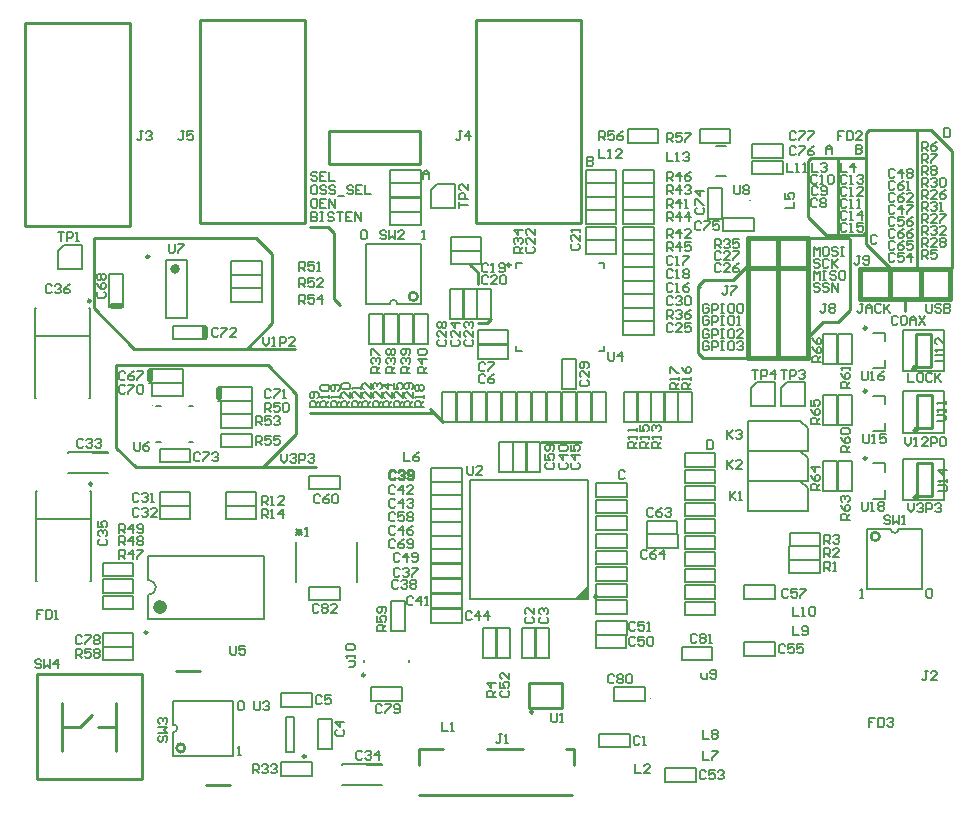
<source format=gto>
%FSLAX23Y23*%
%MOIN*%
G70*
G01*
G75*
G04 Layer_Color=65535*
%ADD10C,0.012*%
%ADD11C,0.011*%
%ADD12R,0.118X0.079*%
%ADD13R,0.079X0.039*%
%ADD14R,0.030X0.030*%
%ADD15R,0.030X0.030*%
%ADD16R,0.035X0.031*%
%ADD17R,0.031X0.031*%
%ADD18R,0.044X0.058*%
%ADD19R,0.079X0.047*%
%ADD20R,0.094X0.102*%
%ADD21R,0.012X0.053*%
%ADD22R,0.071X0.075*%
%ADD23R,0.091X0.075*%
%ADD24R,0.050X0.030*%
%ADD25R,0.030X0.050*%
%ADD26R,0.008X0.027*%
%ADD27R,0.015X0.061*%
%ADD28R,0.051X0.049*%
%ADD29R,0.020X0.020*%
%ADD30R,0.130X0.173*%
%ADD31R,0.154X0.244*%
%ADD32R,0.058X0.044*%
%ADD33R,0.012X0.020*%
%ADD34R,0.012X0.019*%
%ADD35R,0.020X0.020*%
%ADD36R,0.051X0.107*%
%ADD37R,0.011X0.031*%
%ADD38R,0.055X0.047*%
%ADD39O,0.087X0.024*%
%ADD40R,0.033X0.011*%
%ADD41R,0.065X0.094*%
%ADD42R,0.024X0.010*%
%ADD43R,0.010X0.024*%
%ADD44R,0.201X0.201*%
%ADD45R,0.039X0.028*%
%ADD46C,0.009*%
%ADD47C,0.039*%
%ADD48C,0.008*%
%ADD49C,0.015*%
%ADD50C,0.010*%
%ADD51C,0.020*%
%ADD52C,0.025*%
%ADD53C,0.005*%
%ADD54C,0.006*%
%ADD55C,0.060*%
%ADD56C,0.070*%
%ADD57C,0.125*%
%ADD58C,0.090*%
%ADD59C,0.059*%
%ADD60C,0.079*%
%ADD61R,0.059X0.059*%
%ADD62C,0.031*%
%ADD63C,0.016*%
%ADD64C,0.020*%
%ADD65C,0.006*%
%ADD66C,0.010*%
%ADD67C,0.008*%
%ADD68C,0.004*%
%ADD69C,0.016*%
%ADD70C,0.024*%
%ADD71C,0.016*%
G36*
X1867Y658D02*
X1827D01*
X1867Y698D01*
Y658D01*
D02*
G37*
D48*
X2510Y1360D02*
X2530Y1380D01*
X2590D01*
Y1300D02*
Y1380D01*
X2510Y1300D02*
X2590D01*
X2510D02*
Y1360D01*
X2410D02*
X2430Y1380D01*
X2490D01*
Y1300D02*
Y1380D01*
X2410Y1300D02*
X2490D01*
X2410D02*
Y1360D01*
X2400Y1050D02*
X2575D01*
X2400Y950D02*
Y1050D01*
Y950D02*
X2600D01*
Y1025D01*
X2575Y1050D02*
X2600Y1025D01*
X2400Y1150D02*
X2575D01*
X2400Y1050D02*
Y1150D01*
Y1050D02*
X2600D01*
Y1125D01*
X2575Y1150D02*
X2600Y1125D01*
X2400Y1250D02*
X2575D01*
X2400Y1150D02*
Y1250D01*
Y1150D02*
X2600D01*
Y1225D01*
X2575Y1250D02*
X2600Y1225D01*
X100Y1755D02*
Y1815D01*
Y1755D02*
X180D01*
Y1835D01*
X120D02*
X180D01*
X100Y1815D02*
X120Y1835D01*
X1343Y1959D02*
Y2019D01*
Y1959D02*
X1423D01*
Y2039D01*
X1363D02*
X1423D01*
X1343Y2019D02*
X1363Y2039D01*
X2925Y1195D02*
Y1175D01*
X2935Y1165D01*
X2945Y1175D01*
Y1195D01*
X2955Y1165D02*
X2965D01*
X2960D01*
Y1195D01*
X2955Y1190D01*
X3000Y1165D02*
X2980D01*
X3000Y1185D01*
Y1190D01*
X2995Y1195D01*
X2985D01*
X2980Y1190D01*
X3010Y1165D02*
Y1195D01*
X3025D01*
X3030Y1190D01*
Y1180D01*
X3025Y1175D01*
X3010D01*
X3040Y1190D02*
X3045Y1195D01*
X3055D01*
X3060Y1190D01*
Y1170D01*
X3055Y1165D01*
X3045D01*
X3040Y1170D01*
Y1190D01*
X2775Y1800D02*
X2765D01*
X2770D01*
Y1775D01*
X2765Y1770D01*
X2760D01*
X2755Y1775D01*
X2785D02*
X2790Y1770D01*
X2800D01*
X2805Y1775D01*
Y1795D01*
X2800Y1800D01*
X2790D01*
X2785Y1795D01*
Y1790D01*
X2790Y1785D01*
X2805D01*
X2935Y1410D02*
Y1380D01*
X2955D01*
X2980Y1410D02*
X2970D01*
X2965Y1405D01*
Y1385D01*
X2970Y1380D01*
X2980D01*
X2985Y1385D01*
Y1405D01*
X2980Y1410D01*
X3015Y1405D02*
X3010Y1410D01*
X3000D01*
X2995Y1405D01*
Y1385D01*
X3000Y1380D01*
X3010D01*
X3015Y1385D01*
X3025Y1410D02*
Y1380D01*
Y1390D01*
X3045Y1410D01*
X3030Y1395D01*
X3045Y1380D01*
X2935Y975D02*
Y955D01*
X2945Y945D01*
X2955Y955D01*
Y975D01*
X2965Y970D02*
X2970Y975D01*
X2980D01*
X2985Y970D01*
Y965D01*
X2980Y960D01*
X2975D01*
X2980D01*
X2985Y955D01*
Y950D01*
X2980Y945D01*
X2970D01*
X2965Y950D01*
X2995Y945D02*
Y975D01*
X3010D01*
X3015Y970D01*
Y960D01*
X3010Y955D01*
X2995D01*
X3025Y970D02*
X3030Y975D01*
X3040D01*
X3045Y970D01*
Y965D01*
X3040Y960D01*
X3035D01*
X3040D01*
X3045Y955D01*
Y950D01*
X3040Y945D01*
X3030D01*
X3025Y950D01*
X2130Y1590D02*
Y1620D01*
X2145D01*
X2150Y1615D01*
Y1605D01*
X2145Y1600D01*
X2130D01*
X2140D02*
X2150Y1590D01*
X2160Y1615D02*
X2165Y1620D01*
X2175D01*
X2180Y1615D01*
Y1610D01*
X2175Y1605D01*
X2170D01*
X2175D01*
X2180Y1600D01*
Y1595D01*
X2175Y1590D01*
X2165D01*
X2160Y1595D01*
X2210Y1620D02*
X2200Y1615D01*
X2190Y1605D01*
Y1595D01*
X2195Y1590D01*
X2205D01*
X2210Y1595D01*
Y1600D01*
X2205Y1605D01*
X2190D01*
X2415Y1420D02*
X2435D01*
X2425D01*
Y1390D01*
X2445D02*
Y1420D01*
X2460D01*
X2465Y1415D01*
Y1405D01*
X2460Y1400D01*
X2445D01*
X2490Y1390D02*
Y1420D01*
X2475Y1405D01*
X2495D01*
X2510Y1420D02*
X2530D01*
X2520D01*
Y1390D01*
X2540D02*
Y1420D01*
X2555D01*
X2560Y1415D01*
Y1405D01*
X2555Y1400D01*
X2540D01*
X2570Y1415D02*
X2575Y1420D01*
X2585D01*
X2590Y1415D01*
Y1410D01*
X2585Y1405D01*
X2580D01*
X2585D01*
X2590Y1400D01*
Y1395D01*
X2585Y1390D01*
X2575D01*
X2570Y1395D01*
X2662Y1640D02*
X2652D01*
X2657D01*
Y1615D01*
X2652Y1610D01*
X2647D01*
X2642Y1615D01*
X2672Y1635D02*
X2677Y1640D01*
X2687D01*
X2692Y1635D01*
Y1630D01*
X2687Y1625D01*
X2692Y1620D01*
Y1615D01*
X2687Y1610D01*
X2677D01*
X2672Y1615D01*
Y1620D01*
X2677Y1625D01*
X2672Y1630D01*
Y1635D01*
X2677Y1625D02*
X2687D01*
X2335Y1700D02*
X2325D01*
X2330D01*
Y1675D01*
X2325Y1670D01*
X2320D01*
X2315Y1675D01*
X2345Y1700D02*
X2365D01*
Y1695D01*
X2345Y1675D01*
Y1670D01*
X2780Y980D02*
Y955D01*
X2785Y950D01*
X2795D01*
X2800Y955D01*
Y980D01*
X2810Y950D02*
X2820D01*
X2815D01*
Y980D01*
X2810Y975D01*
X2835D02*
X2840Y980D01*
X2850D01*
X2855Y975D01*
Y970D01*
X2850Y965D01*
X2855Y960D01*
Y955D01*
X2850Y950D01*
X2840D01*
X2835Y955D01*
Y960D01*
X2840Y965D01*
X2835Y970D01*
Y975D01*
X2840Y965D02*
X2850D01*
X2780Y1415D02*
Y1390D01*
X2785Y1385D01*
X2795D01*
X2800Y1390D01*
Y1415D01*
X2810Y1385D02*
X2820D01*
X2815D01*
Y1415D01*
X2810Y1410D01*
X2855Y1415D02*
X2845Y1410D01*
X2835Y1400D01*
Y1390D01*
X2840Y1385D01*
X2850D01*
X2855Y1390D01*
Y1395D01*
X2850Y1400D01*
X2835D01*
X3025Y1450D02*
X3050D01*
X3055Y1455D01*
Y1465D01*
X3050Y1470D01*
X3025D01*
X3055Y1480D02*
Y1490D01*
Y1485D01*
X3025D01*
X3030Y1480D01*
X3055Y1525D02*
Y1505D01*
X3035Y1525D01*
X3030D01*
X3025Y1520D01*
Y1510D01*
X3030Y1505D01*
X3030Y1250D02*
X3055D01*
X3060Y1255D01*
Y1265D01*
X3055Y1270D01*
X3030D01*
X3060Y1280D02*
Y1290D01*
Y1285D01*
X3030D01*
X3035Y1280D01*
X3060Y1305D02*
Y1315D01*
Y1310D01*
X3030D01*
X3035Y1305D01*
X2645Y1445D02*
X2615D01*
Y1460D01*
X2620Y1465D01*
X2630D01*
X2635Y1460D01*
Y1445D01*
Y1455D02*
X2645Y1465D01*
X2615Y1495D02*
X2620Y1485D01*
X2630Y1475D01*
X2640D01*
X2645Y1480D01*
Y1490D01*
X2640Y1495D01*
X2635D01*
X2630Y1490D01*
Y1475D01*
X2615Y1525D02*
X2620Y1515D01*
X2630Y1505D01*
X2640D01*
X2645Y1510D01*
Y1520D01*
X2640Y1525D01*
X2635D01*
X2630Y1520D01*
Y1505D01*
X2740Y1360D02*
X2710D01*
Y1375D01*
X2715Y1380D01*
X2725D01*
X2730Y1375D01*
Y1360D01*
Y1370D02*
X2740Y1380D01*
X2710Y1410D02*
X2715Y1400D01*
X2725Y1390D01*
X2735D01*
X2740Y1395D01*
Y1405D01*
X2735Y1410D01*
X2730D01*
X2725Y1405D01*
Y1390D01*
X2740Y1420D02*
Y1430D01*
Y1425D01*
X2710D01*
X2715Y1420D01*
X2740Y1145D02*
X2710D01*
Y1160D01*
X2715Y1165D01*
X2725D01*
X2730Y1160D01*
Y1145D01*
Y1155D02*
X2740Y1165D01*
X2710Y1195D02*
X2715Y1185D01*
X2725Y1175D01*
X2735D01*
X2740Y1180D01*
Y1190D01*
X2735Y1195D01*
X2730D01*
X2725Y1190D01*
Y1175D01*
X2715Y1205D02*
X2710Y1210D01*
Y1220D01*
X2715Y1225D01*
X2735D01*
X2740Y1220D01*
Y1210D01*
X2735Y1205D01*
X2715D01*
X1465Y1100D02*
Y1075D01*
X1470Y1070D01*
X1480D01*
X1485Y1075D01*
Y1100D01*
X1515Y1070D02*
X1495D01*
X1515Y1090D01*
Y1095D01*
X1510Y1100D01*
X1500D01*
X1495Y1095D01*
X2245Y410D02*
Y395D01*
X2250Y390D01*
X2265D01*
Y410D01*
X2275Y395D02*
X2280Y390D01*
X2290D01*
X2295Y395D01*
Y415D01*
X2290Y420D01*
X2280D01*
X2275Y415D01*
Y410D01*
X2280Y405D01*
X2295D01*
X470Y1840D02*
Y1815D01*
X475Y1810D01*
X485D01*
X490Y1815D01*
Y1840D01*
X500D02*
X520D01*
Y1835D01*
X500Y1815D01*
Y1810D01*
X355Y1180D02*
Y1155D01*
X360Y1150D01*
X370D01*
X375Y1155D01*
Y1180D01*
X405D02*
X395Y1175D01*
X385Y1165D01*
Y1155D01*
X390Y1150D01*
X400D01*
X405Y1155D01*
Y1160D01*
X400Y1165D01*
X385D01*
X675Y500D02*
Y475D01*
X680Y470D01*
X690D01*
X695Y475D01*
Y500D01*
X725D02*
X705D01*
Y485D01*
X715Y490D01*
X720D01*
X725Y485D01*
Y475D01*
X720Y470D01*
X710D01*
X705Y475D01*
X755Y315D02*
Y290D01*
X760Y285D01*
X770D01*
X775Y290D01*
Y315D01*
X785Y310D02*
X790Y315D01*
X800D01*
X805Y310D01*
Y305D01*
X800Y300D01*
X795D01*
X800D01*
X805Y295D01*
Y290D01*
X800Y285D01*
X790D01*
X785Y290D01*
X1745Y275D02*
Y250D01*
X1750Y245D01*
X1760D01*
X1765Y250D01*
Y275D01*
X1775Y245D02*
X1785D01*
X1780D01*
Y275D01*
X1775Y270D01*
X45Y450D02*
X40Y455D01*
X30D01*
X25Y450D01*
Y445D01*
X30Y440D01*
X40D01*
X45Y435D01*
Y430D01*
X40Y425D01*
X30D01*
X25Y430D01*
X55Y455D02*
Y425D01*
X65Y435D01*
X75Y425D01*
Y455D01*
X100Y425D02*
Y455D01*
X85Y440D01*
X105D01*
X440Y200D02*
X435Y195D01*
Y185D01*
X440Y180D01*
X445D01*
X450Y185D01*
Y195D01*
X455Y200D01*
X460D01*
X465Y195D01*
Y185D01*
X460Y180D01*
X435Y210D02*
X465D01*
X455Y220D01*
X465Y230D01*
X435D01*
X440Y240D02*
X435Y245D01*
Y255D01*
X440Y260D01*
X445D01*
X450Y255D01*
Y250D01*
Y255D01*
X455Y260D01*
X460D01*
X465Y255D01*
Y245D01*
X460Y240D01*
X2875Y930D02*
X2870Y935D01*
X2860D01*
X2855Y930D01*
Y925D01*
X2860Y920D01*
X2870D01*
X2875Y915D01*
Y910D01*
X2870Y905D01*
X2860D01*
X2855Y910D01*
X2885Y935D02*
Y905D01*
X2895Y915D01*
X2905Y905D01*
Y935D01*
X2915Y905D02*
X2925D01*
X2920D01*
Y935D01*
X2915Y930D01*
X1195Y550D02*
X1165D01*
Y565D01*
X1170Y570D01*
X1180D01*
X1185Y565D01*
Y550D01*
Y560D02*
X1195Y570D01*
X1165Y600D02*
Y580D01*
X1180D01*
X1175Y590D01*
Y595D01*
X1180Y600D01*
X1190D01*
X1195Y595D01*
Y585D01*
X1190Y580D01*
Y610D02*
X1195Y615D01*
Y625D01*
X1190Y630D01*
X1170D01*
X1165Y625D01*
Y615D01*
X1170Y610D01*
X1175D01*
X1180Y615D01*
Y630D01*
X160Y460D02*
Y490D01*
X175D01*
X180Y485D01*
Y475D01*
X175Y470D01*
X160D01*
X170D02*
X180Y460D01*
X210Y490D02*
X190D01*
Y475D01*
X200Y480D01*
X205D01*
X210Y475D01*
Y465D01*
X205Y460D01*
X195D01*
X190Y465D01*
X220Y485D02*
X225Y490D01*
X235D01*
X240Y485D01*
Y480D01*
X235Y475D01*
X240Y470D01*
Y465D01*
X235Y460D01*
X225D01*
X220Y465D01*
Y470D01*
X225Y475D01*
X220Y480D01*
Y485D01*
X225Y475D02*
X235D01*
X905Y1640D02*
Y1670D01*
X920D01*
X925Y1665D01*
Y1655D01*
X920Y1650D01*
X905D01*
X915D02*
X925Y1640D01*
X955Y1670D02*
X935D01*
Y1655D01*
X945Y1660D01*
X950D01*
X955Y1655D01*
Y1645D01*
X950Y1640D01*
X940D01*
X935Y1645D01*
X980Y1640D02*
Y1670D01*
X965Y1655D01*
X985D01*
X905Y1695D02*
Y1725D01*
X920D01*
X925Y1720D01*
Y1710D01*
X920Y1705D01*
X905D01*
X915D02*
X925Y1695D01*
X955Y1725D02*
X935D01*
Y1710D01*
X945Y1715D01*
X950D01*
X955Y1710D01*
Y1700D01*
X950Y1695D01*
X940D01*
X935Y1700D01*
X985Y1695D02*
X965D01*
X985Y1715D01*
Y1720D01*
X980Y1725D01*
X970D01*
X965Y1720D01*
X905Y1750D02*
Y1780D01*
X920D01*
X925Y1775D01*
Y1765D01*
X920Y1760D01*
X905D01*
X915D02*
X925Y1750D01*
X955Y1780D02*
X935D01*
Y1765D01*
X945Y1770D01*
X950D01*
X955Y1765D01*
Y1755D01*
X950Y1750D01*
X940D01*
X935Y1755D01*
X965Y1750D02*
X975D01*
X970D01*
Y1780D01*
X965Y1775D01*
X760Y1170D02*
Y1200D01*
X775D01*
X780Y1195D01*
Y1185D01*
X775Y1180D01*
X760D01*
X770D02*
X780Y1170D01*
X810Y1200D02*
X790D01*
Y1185D01*
X800Y1190D01*
X805D01*
X810Y1185D01*
Y1175D01*
X805Y1170D01*
X795D01*
X790Y1175D01*
X840Y1200D02*
X820D01*
Y1185D01*
X830Y1190D01*
X835D01*
X840Y1185D01*
Y1175D01*
X835Y1170D01*
X825D01*
X820Y1175D01*
X760Y1235D02*
Y1265D01*
X775D01*
X780Y1260D01*
Y1250D01*
X775Y1245D01*
X760D01*
X770D02*
X780Y1235D01*
X810Y1265D02*
X790D01*
Y1250D01*
X800Y1255D01*
X805D01*
X810Y1250D01*
Y1240D01*
X805Y1235D01*
X795D01*
X790Y1240D01*
X820Y1260D02*
X825Y1265D01*
X835D01*
X840Y1260D01*
Y1255D01*
X835Y1250D01*
X830D01*
X835D01*
X840Y1245D01*
Y1240D01*
X835Y1235D01*
X825D01*
X820Y1240D01*
X790Y1280D02*
Y1310D01*
X805D01*
X810Y1305D01*
Y1295D01*
X805Y1290D01*
X790D01*
X800D02*
X810Y1280D01*
X840Y1310D02*
X820D01*
Y1295D01*
X830Y1300D01*
X835D01*
X840Y1295D01*
Y1285D01*
X835Y1280D01*
X825D01*
X820Y1285D01*
X850Y1305D02*
X855Y1310D01*
X865D01*
X870Y1305D01*
Y1285D01*
X865Y1280D01*
X855D01*
X850Y1285D01*
Y1305D01*
X305Y875D02*
Y905D01*
X320D01*
X325Y900D01*
Y890D01*
X320Y885D01*
X305D01*
X315D02*
X325Y875D01*
X350D02*
Y905D01*
X335Y890D01*
X355D01*
X365Y880D02*
X370Y875D01*
X380D01*
X385Y880D01*
Y900D01*
X380Y905D01*
X370D01*
X365Y900D01*
Y895D01*
X370Y890D01*
X385D01*
X305Y835D02*
Y865D01*
X320D01*
X325Y860D01*
Y850D01*
X320Y845D01*
X305D01*
X315D02*
X325Y835D01*
X350D02*
Y865D01*
X335Y850D01*
X355D01*
X365Y860D02*
X370Y865D01*
X380D01*
X385Y860D01*
Y855D01*
X380Y850D01*
X385Y845D01*
Y840D01*
X380Y835D01*
X370D01*
X365Y840D01*
Y845D01*
X370Y850D01*
X365Y855D01*
Y860D01*
X370Y850D02*
X380D01*
X305Y790D02*
Y820D01*
X320D01*
X325Y815D01*
Y805D01*
X320Y800D01*
X305D01*
X315D02*
X325Y790D01*
X350D02*
Y820D01*
X335Y805D01*
X355D01*
X365Y820D02*
X385D01*
Y815D01*
X365Y795D01*
Y790D01*
X750Y75D02*
Y105D01*
X765D01*
X770Y100D01*
Y90D01*
X765Y85D01*
X750D01*
X760D02*
X770Y75D01*
X780Y100D02*
X785Y105D01*
X795D01*
X800Y100D01*
Y95D01*
X795Y90D01*
X790D01*
X795D01*
X800Y85D01*
Y80D01*
X795Y75D01*
X785D01*
X780Y80D01*
X810Y100D02*
X815Y105D01*
X825D01*
X830Y100D01*
Y95D01*
X825Y90D01*
X820D01*
X825D01*
X830Y85D01*
Y80D01*
X825Y75D01*
X815D01*
X810Y80D01*
X2980Y1870D02*
Y1900D01*
X2995D01*
X3000Y1895D01*
Y1885D01*
X2995Y1880D01*
X2980D01*
X2990D02*
X3000Y1870D01*
X3010Y1895D02*
X3015Y1900D01*
X3025D01*
X3030Y1895D01*
Y1890D01*
X3025Y1885D01*
X3020D01*
X3025D01*
X3030Y1880D01*
Y1875D01*
X3025Y1870D01*
X3015D01*
X3010Y1875D01*
X3060Y1870D02*
X3040D01*
X3060Y1890D01*
Y1895D01*
X3055Y1900D01*
X3045D01*
X3040Y1895D01*
X2980Y1950D02*
Y1980D01*
X2995D01*
X3000Y1975D01*
Y1965D01*
X2995Y1960D01*
X2980D01*
X2990D02*
X3000Y1950D01*
X3010Y1975D02*
X3015Y1980D01*
X3025D01*
X3030Y1975D01*
Y1970D01*
X3025Y1965D01*
X3020D01*
X3025D01*
X3030Y1960D01*
Y1955D01*
X3025Y1950D01*
X3015D01*
X3010Y1955D01*
X3040Y1950D02*
X3050D01*
X3045D01*
Y1980D01*
X3040Y1975D01*
X2980Y2030D02*
Y2060D01*
X2995D01*
X3000Y2055D01*
Y2045D01*
X2995Y2040D01*
X2980D01*
X2990D02*
X3000Y2030D01*
X3010Y2055D02*
X3015Y2060D01*
X3025D01*
X3030Y2055D01*
Y2050D01*
X3025Y2045D01*
X3020D01*
X3025D01*
X3030Y2040D01*
Y2035D01*
X3025Y2030D01*
X3015D01*
X3010Y2035D01*
X3040Y2055D02*
X3045Y2060D01*
X3055D01*
X3060Y2055D01*
Y2035D01*
X3055Y2030D01*
X3045D01*
X3040Y2035D01*
Y2055D01*
X1285Y1295D02*
X1255D01*
Y1310D01*
X1260Y1315D01*
X1270D01*
X1275Y1310D01*
Y1295D01*
Y1305D02*
X1285Y1315D01*
Y1345D02*
Y1325D01*
X1265Y1345D01*
X1260D01*
X1255Y1340D01*
Y1330D01*
X1260Y1325D01*
X1280Y1355D02*
X1285Y1360D01*
Y1370D01*
X1280Y1375D01*
X1260D01*
X1255Y1370D01*
Y1360D01*
X1260Y1355D01*
X1265D01*
X1270Y1360D01*
Y1375D01*
X2980Y1830D02*
Y1860D01*
X2995D01*
X3000Y1855D01*
Y1845D01*
X2995Y1840D01*
X2980D01*
X2990D02*
X3000Y1830D01*
X3030D02*
X3010D01*
X3030Y1850D01*
Y1855D01*
X3025Y1860D01*
X3015D01*
X3010Y1855D01*
X3040D02*
X3045Y1860D01*
X3055D01*
X3060Y1855D01*
Y1850D01*
X3055Y1845D01*
X3060Y1840D01*
Y1835D01*
X3055Y1830D01*
X3045D01*
X3040Y1835D01*
Y1840D01*
X3045Y1845D01*
X3040Y1850D01*
Y1855D01*
X3045Y1845D02*
X3055D01*
X2980Y1910D02*
Y1940D01*
X2995D01*
X3000Y1935D01*
Y1925D01*
X2995Y1920D01*
X2980D01*
X2990D02*
X3000Y1910D01*
X3030D02*
X3010D01*
X3030Y1930D01*
Y1935D01*
X3025Y1940D01*
X3015D01*
X3010Y1935D01*
X3040Y1940D02*
X3060D01*
Y1935D01*
X3040Y1915D01*
Y1910D01*
X2980Y1990D02*
Y2020D01*
X2995D01*
X3000Y2015D01*
Y2005D01*
X2995Y2000D01*
X2980D01*
X2990D02*
X3000Y1990D01*
X3030D02*
X3010D01*
X3030Y2010D01*
Y2015D01*
X3025Y2020D01*
X3015D01*
X3010Y2015D01*
X3060Y2020D02*
X3050Y2015D01*
X3040Y2005D01*
Y1995D01*
X3045Y1990D01*
X3055D01*
X3060Y1995D01*
Y2000D01*
X3055Y2005D01*
X3040D01*
X1250Y1295D02*
X1220D01*
Y1310D01*
X1225Y1315D01*
X1235D01*
X1240Y1310D01*
Y1295D01*
Y1305D02*
X1250Y1315D01*
Y1345D02*
Y1325D01*
X1230Y1345D01*
X1225D01*
X1220Y1340D01*
Y1330D01*
X1225Y1325D01*
X1220Y1375D02*
Y1355D01*
X1235D01*
X1230Y1365D01*
Y1370D01*
X1235Y1375D01*
X1245D01*
X1250Y1370D01*
Y1360D01*
X1245Y1355D01*
X1215Y1295D02*
X1185D01*
Y1310D01*
X1190Y1315D01*
X1200D01*
X1205Y1310D01*
Y1295D01*
Y1305D02*
X1215Y1315D01*
Y1345D02*
Y1325D01*
X1195Y1345D01*
X1190D01*
X1185Y1340D01*
Y1330D01*
X1190Y1325D01*
X1215Y1370D02*
X1185D01*
X1200Y1355D01*
Y1375D01*
X1180Y1295D02*
X1150D01*
Y1310D01*
X1155Y1315D01*
X1165D01*
X1170Y1310D01*
Y1295D01*
Y1305D02*
X1180Y1315D01*
Y1345D02*
Y1325D01*
X1160Y1345D01*
X1155D01*
X1150Y1340D01*
Y1330D01*
X1155Y1325D01*
Y1355D02*
X1150Y1360D01*
Y1370D01*
X1155Y1375D01*
X1160D01*
X1165Y1370D01*
Y1365D01*
Y1370D01*
X1170Y1375D01*
X1175D01*
X1180Y1370D01*
Y1360D01*
X1175Y1355D01*
X1145Y1295D02*
X1115D01*
Y1310D01*
X1120Y1315D01*
X1130D01*
X1135Y1310D01*
Y1295D01*
Y1305D02*
X1145Y1315D01*
Y1345D02*
Y1325D01*
X1125Y1345D01*
X1120D01*
X1115Y1340D01*
Y1330D01*
X1120Y1325D01*
X1145Y1375D02*
Y1355D01*
X1125Y1375D01*
X1120D01*
X1115Y1370D01*
Y1360D01*
X1120Y1355D01*
X1110Y1295D02*
X1080D01*
Y1310D01*
X1085Y1315D01*
X1095D01*
X1100Y1310D01*
Y1295D01*
Y1305D02*
X1110Y1315D01*
Y1345D02*
Y1325D01*
X1090Y1345D01*
X1085D01*
X1080Y1340D01*
Y1330D01*
X1085Y1325D01*
X1110Y1355D02*
Y1365D01*
Y1360D01*
X1080D01*
X1085Y1355D01*
X1075Y1295D02*
X1045D01*
Y1310D01*
X1050Y1315D01*
X1060D01*
X1065Y1310D01*
Y1295D01*
Y1305D02*
X1075Y1315D01*
Y1345D02*
Y1325D01*
X1055Y1345D01*
X1050D01*
X1045Y1340D01*
Y1330D01*
X1050Y1325D01*
Y1355D02*
X1045Y1360D01*
Y1370D01*
X1050Y1375D01*
X1070D01*
X1075Y1370D01*
Y1360D01*
X1070Y1355D01*
X1050D01*
X1040Y1295D02*
X1010D01*
Y1310D01*
X1015Y1315D01*
X1025D01*
X1030Y1310D01*
Y1295D01*
Y1305D02*
X1040Y1315D01*
Y1325D02*
Y1335D01*
Y1330D01*
X1010D01*
X1015Y1325D01*
X1035Y1350D02*
X1040Y1355D01*
Y1365D01*
X1035Y1370D01*
X1015D01*
X1010Y1365D01*
Y1355D01*
X1015Y1350D01*
X1020D01*
X1025Y1355D01*
Y1370D01*
X1320Y1295D02*
X1290D01*
Y1310D01*
X1295Y1315D01*
X1305D01*
X1310Y1310D01*
Y1295D01*
Y1305D02*
X1320Y1315D01*
Y1325D02*
Y1335D01*
Y1330D01*
X1290D01*
X1295Y1325D01*
Y1350D02*
X1290Y1355D01*
Y1365D01*
X1295Y1370D01*
X1300D01*
X1305Y1365D01*
X1310Y1370D01*
X1315D01*
X1320Y1365D01*
Y1355D01*
X1315Y1350D01*
X1310D01*
X1305Y1355D01*
X1300Y1350D01*
X1295D01*
X1305Y1355D02*
Y1365D01*
X2170Y1355D02*
X2140D01*
Y1370D01*
X2145Y1375D01*
X2155D01*
X2160Y1370D01*
Y1355D01*
Y1365D02*
X2170Y1375D01*
Y1385D02*
Y1395D01*
Y1390D01*
X2140D01*
X2145Y1385D01*
X2140Y1410D02*
Y1430D01*
X2145D01*
X2165Y1410D01*
X2170D01*
X2210Y1355D02*
X2180D01*
Y1370D01*
X2185Y1375D01*
X2195D01*
X2200Y1370D01*
Y1355D01*
Y1365D02*
X2210Y1375D01*
Y1385D02*
Y1395D01*
Y1390D01*
X2180D01*
X2185Y1385D01*
X2180Y1430D02*
X2185Y1420D01*
X2195Y1410D01*
X2205D01*
X2210Y1415D01*
Y1425D01*
X2205Y1430D01*
X2200D01*
X2195Y1425D01*
Y1410D01*
X2030Y1160D02*
X2000D01*
Y1175D01*
X2005Y1180D01*
X2015D01*
X2020Y1175D01*
Y1160D01*
Y1170D02*
X2030Y1180D01*
Y1190D02*
Y1200D01*
Y1195D01*
X2000D01*
X2005Y1190D01*
X2030Y1215D02*
Y1225D01*
Y1220D01*
X2000D01*
X2005Y1215D01*
X2070Y1160D02*
X2040D01*
Y1175D01*
X2045Y1180D01*
X2055D01*
X2060Y1175D01*
Y1160D01*
Y1170D02*
X2070Y1180D01*
Y1190D02*
Y1200D01*
Y1195D01*
X2040D01*
X2045Y1190D01*
X2040Y1235D02*
Y1215D01*
X2055D01*
X2050Y1225D01*
Y1230D01*
X2055Y1235D01*
X2065D01*
X2070Y1230D01*
Y1220D01*
X2065Y1215D01*
X780Y925D02*
Y955D01*
X795D01*
X800Y950D01*
Y940D01*
X795Y935D01*
X780D01*
X790D02*
X800Y925D01*
X810D02*
X820D01*
X815D01*
Y955D01*
X810Y950D01*
X850Y925D02*
Y955D01*
X835Y940D01*
X855D01*
X2110Y1160D02*
X2080D01*
Y1175D01*
X2085Y1180D01*
X2095D01*
X2100Y1175D01*
Y1160D01*
Y1170D02*
X2110Y1180D01*
Y1190D02*
Y1200D01*
Y1195D01*
X2080D01*
X2085Y1190D01*
Y1215D02*
X2080Y1220D01*
Y1230D01*
X2085Y1235D01*
X2090D01*
X2095Y1230D01*
Y1225D01*
Y1230D01*
X2100Y1235D01*
X2105D01*
X2110Y1230D01*
Y1220D01*
X2105Y1215D01*
X780Y970D02*
Y1000D01*
X795D01*
X800Y995D01*
Y985D01*
X795Y980D01*
X780D01*
X790D02*
X800Y970D01*
X810D02*
X820D01*
X815D01*
Y1000D01*
X810Y995D01*
X855Y970D02*
X835D01*
X855Y990D01*
Y995D01*
X850Y1000D01*
X840D01*
X835Y995D01*
X2980Y2070D02*
Y2100D01*
X2995D01*
X3000Y2095D01*
Y2085D01*
X2995Y2080D01*
X2980D01*
X2990D02*
X3000Y2070D01*
X3010Y2095D02*
X3015Y2100D01*
X3025D01*
X3030Y2095D01*
Y2090D01*
X3025Y2085D01*
X3030Y2080D01*
Y2075D01*
X3025Y2070D01*
X3015D01*
X3010Y2075D01*
Y2080D01*
X3015Y2085D01*
X3010Y2090D01*
Y2095D01*
X3015Y2085D02*
X3025D01*
X2980Y2110D02*
Y2140D01*
X2995D01*
X3000Y2135D01*
Y2125D01*
X2995Y2120D01*
X2980D01*
X2990D02*
X3000Y2110D01*
X3010Y2140D02*
X3030D01*
Y2135D01*
X3010Y2115D01*
Y2110D01*
X2980Y2150D02*
Y2180D01*
X2995D01*
X3000Y2175D01*
Y2165D01*
X2995Y2160D01*
X2980D01*
X2990D02*
X3000Y2150D01*
X3030Y2180D02*
X3020Y2175D01*
X3010Y2165D01*
Y2155D01*
X3015Y2150D01*
X3025D01*
X3030Y2155D01*
Y2160D01*
X3025Y2165D01*
X3010D01*
X2980Y1790D02*
Y1820D01*
X2995D01*
X3000Y1815D01*
Y1805D01*
X2995Y1800D01*
X2980D01*
X2990D02*
X3000Y1790D01*
X3030Y1820D02*
X3010D01*
Y1805D01*
X3020Y1810D01*
X3025D01*
X3030Y1805D01*
Y1795D01*
X3025Y1790D01*
X3015D01*
X3010Y1795D01*
X1560Y330D02*
X1530D01*
Y345D01*
X1535Y350D01*
X1545D01*
X1550Y345D01*
Y330D01*
Y340D02*
X1560Y350D01*
Y375D02*
X1530D01*
X1545Y360D01*
Y380D01*
X2655Y840D02*
Y870D01*
X2670D01*
X2675Y865D01*
Y855D01*
X2670Y850D01*
X2655D01*
X2665D02*
X2675Y840D01*
X2685Y865D02*
X2690Y870D01*
X2700D01*
X2705Y865D01*
Y860D01*
X2700Y855D01*
X2695D01*
X2700D01*
X2705Y850D01*
Y845D01*
X2700Y840D01*
X2690D01*
X2685Y845D01*
X2655Y795D02*
Y825D01*
X2670D01*
X2675Y820D01*
Y810D01*
X2670Y805D01*
X2655D01*
X2665D02*
X2675Y795D01*
X2705D02*
X2685D01*
X2705Y815D01*
Y820D01*
X2700Y825D01*
X2690D01*
X2685Y820D01*
X2655Y750D02*
Y780D01*
X2670D01*
X2675Y775D01*
Y765D01*
X2670Y760D01*
X2655D01*
X2665D02*
X2675Y750D01*
X2685D02*
X2695D01*
X2690D01*
Y780D01*
X2685Y775D01*
X2550Y630D02*
Y600D01*
X2570D01*
X2580D02*
X2590D01*
X2585D01*
Y630D01*
X2580Y625D01*
X2605D02*
X2610Y630D01*
X2620D01*
X2625Y625D01*
Y605D01*
X2620Y600D01*
X2610D01*
X2605Y605D01*
Y625D01*
X2550Y565D02*
Y535D01*
X2570D01*
X2580Y540D02*
X2585Y535D01*
X2595D01*
X2600Y540D01*
Y560D01*
X2595Y565D01*
X2585D01*
X2580Y560D01*
Y555D01*
X2585Y550D01*
X2600D01*
X2250Y150D02*
Y120D01*
X2270D01*
X2280Y150D02*
X2300D01*
Y145D01*
X2280Y125D01*
Y120D01*
X1255Y1145D02*
Y1115D01*
X1275D01*
X1305Y1145D02*
X1295Y1140D01*
X1285Y1130D01*
Y1120D01*
X1290Y1115D01*
X1300D01*
X1305Y1120D01*
Y1125D01*
X1300Y1130D01*
X1285D01*
X2025Y105D02*
Y75D01*
X2045D01*
X2075D02*
X2055D01*
X2075Y95D01*
Y100D01*
X2070Y105D01*
X2060D01*
X2055Y100D01*
X1380Y245D02*
Y215D01*
X1400D01*
X1410D02*
X1420D01*
X1415D01*
Y245D01*
X1410Y240D01*
X2330Y1220D02*
Y1190D01*
Y1200D01*
X2350Y1220D01*
X2335Y1205D01*
X2350Y1190D01*
X2360Y1215D02*
X2365Y1220D01*
X2375D01*
X2380Y1215D01*
Y1210D01*
X2375Y1205D01*
X2370D01*
X2375D01*
X2380Y1200D01*
Y1195D01*
X2375Y1190D01*
X2365D01*
X2360Y1195D01*
X2330Y1120D02*
Y1090D01*
Y1100D01*
X2350Y1120D01*
X2335Y1105D01*
X2350Y1090D01*
X2380D02*
X2360D01*
X2380Y1110D01*
Y1115D01*
X2375Y1120D01*
X2365D01*
X2360Y1115D01*
X2340Y1015D02*
Y985D01*
Y995D01*
X2360Y1015D01*
X2345Y1000D01*
X2360Y985D01*
X2370D02*
X2380D01*
X2375D01*
Y1015D01*
X2370Y1010D01*
X1580Y205D02*
X1570D01*
X1575D01*
Y180D01*
X1570Y175D01*
X1565D01*
X1560Y180D01*
X1590Y175D02*
X1600D01*
X1595D01*
Y205D01*
X1590Y200D01*
X2230Y535D02*
X2225Y540D01*
X2215D01*
X2210Y535D01*
Y515D01*
X2215Y510D01*
X2225D01*
X2230Y515D01*
X2240Y535D02*
X2245Y540D01*
X2255D01*
X2260Y535D01*
Y530D01*
X2255Y525D01*
X2260Y520D01*
Y515D01*
X2255Y510D01*
X2245D01*
X2240Y515D01*
Y520D01*
X2245Y525D01*
X2240Y530D01*
Y535D01*
X2245Y525D02*
X2255D01*
X2270Y510D02*
X2280D01*
X2275D01*
Y540D01*
X2270Y535D01*
X1955Y400D02*
X1950Y405D01*
X1940D01*
X1935Y400D01*
Y380D01*
X1940Y375D01*
X1950D01*
X1955Y380D01*
X1965Y400D02*
X1970Y405D01*
X1980D01*
X1985Y400D01*
Y395D01*
X1980Y390D01*
X1985Y385D01*
Y380D01*
X1980Y375D01*
X1970D01*
X1965Y380D01*
Y385D01*
X1970Y390D01*
X1965Y395D01*
Y400D01*
X1970Y390D02*
X1980D01*
X1995Y400D02*
X2000Y405D01*
X2010D01*
X2015Y400D01*
Y380D01*
X2010Y375D01*
X2000D01*
X1995Y380D01*
Y400D01*
X1180Y300D02*
X1175Y305D01*
X1165D01*
X1160Y300D01*
Y280D01*
X1165Y275D01*
X1175D01*
X1180Y280D01*
X1190Y305D02*
X1210D01*
Y300D01*
X1190Y280D01*
Y275D01*
X1220Y280D02*
X1225Y275D01*
X1235D01*
X1240Y280D01*
Y300D01*
X1235Y305D01*
X1225D01*
X1220Y300D01*
Y295D01*
X1225Y290D01*
X1240D01*
X180Y530D02*
X175Y535D01*
X165D01*
X160Y530D01*
Y510D01*
X165Y505D01*
X175D01*
X180Y510D01*
X190Y535D02*
X210D01*
Y530D01*
X190Y510D01*
Y505D01*
X220Y530D02*
X225Y535D01*
X235D01*
X240Y530D01*
Y525D01*
X235Y520D01*
X240Y515D01*
Y510D01*
X235Y505D01*
X225D01*
X220Y510D01*
Y515D01*
X225Y520D01*
X220Y525D01*
Y530D01*
X225Y520D02*
X235D01*
X635Y1555D02*
X630Y1560D01*
X620D01*
X615Y1555D01*
Y1535D01*
X620Y1530D01*
X630D01*
X635Y1535D01*
X645Y1560D02*
X665D01*
Y1555D01*
X645Y1535D01*
Y1530D01*
X695D02*
X675D01*
X695Y1550D01*
Y1555D01*
X690Y1560D01*
X680D01*
X675Y1555D01*
X235Y1680D02*
X230Y1675D01*
Y1665D01*
X235Y1660D01*
X255D01*
X260Y1665D01*
Y1675D01*
X255Y1680D01*
X230Y1710D02*
X235Y1700D01*
X245Y1690D01*
X255D01*
X260Y1695D01*
Y1705D01*
X255Y1710D01*
X250D01*
X245Y1705D01*
Y1690D01*
X235Y1720D02*
X230Y1725D01*
Y1735D01*
X235Y1740D01*
X240D01*
X245Y1735D01*
X250Y1740D01*
X255D01*
X260Y1735D01*
Y1725D01*
X255Y1720D01*
X250D01*
X245Y1725D01*
X240Y1720D01*
X235D01*
X245Y1725D02*
Y1735D01*
X575Y1140D02*
X570Y1145D01*
X560D01*
X555Y1140D01*
Y1120D01*
X560Y1115D01*
X570D01*
X575Y1120D01*
X585Y1145D02*
X605D01*
Y1140D01*
X585Y1120D01*
Y1115D01*
X615Y1140D02*
X620Y1145D01*
X630D01*
X635Y1140D01*
Y1135D01*
X630Y1130D01*
X625D01*
X630D01*
X635Y1125D01*
Y1120D01*
X630Y1115D01*
X620D01*
X615Y1120D01*
X810Y1350D02*
X805Y1355D01*
X795D01*
X790Y1350D01*
Y1330D01*
X795Y1325D01*
X805D01*
X810Y1330D01*
X820Y1355D02*
X840D01*
Y1350D01*
X820Y1330D01*
Y1325D01*
X850D02*
X860D01*
X855D01*
Y1355D01*
X850Y1350D01*
X325Y1365D02*
X320Y1370D01*
X310D01*
X305Y1365D01*
Y1345D01*
X310Y1340D01*
X320D01*
X325Y1345D01*
X335Y1370D02*
X355D01*
Y1365D01*
X335Y1345D01*
Y1340D01*
X365Y1365D02*
X370Y1370D01*
X380D01*
X385Y1365D01*
Y1345D01*
X380Y1340D01*
X370D01*
X365Y1345D01*
Y1365D01*
X325Y1410D02*
X320Y1415D01*
X310D01*
X305Y1410D01*
Y1390D01*
X310Y1385D01*
X320D01*
X325Y1390D01*
X355Y1415D02*
X345Y1410D01*
X335Y1400D01*
Y1390D01*
X340Y1385D01*
X350D01*
X355Y1390D01*
Y1395D01*
X350Y1400D01*
X335D01*
X365Y1415D02*
X385D01*
Y1410D01*
X365Y1390D01*
Y1385D01*
X2890Y1885D02*
X2885Y1890D01*
X2875D01*
X2870Y1885D01*
Y1865D01*
X2875Y1860D01*
X2885D01*
X2890Y1865D01*
X2920Y1890D02*
X2910Y1885D01*
X2900Y1875D01*
Y1865D01*
X2905Y1860D01*
X2915D01*
X2920Y1865D01*
Y1870D01*
X2915Y1875D01*
X2900D01*
X2950Y1890D02*
X2940Y1885D01*
X2930Y1875D01*
Y1865D01*
X2935Y1860D01*
X2945D01*
X2950Y1865D01*
Y1870D01*
X2945Y1875D01*
X2930D01*
X2890Y1845D02*
X2885Y1850D01*
X2875D01*
X2870Y1845D01*
Y1825D01*
X2875Y1820D01*
X2885D01*
X2890Y1825D01*
X2920Y1850D02*
X2910Y1845D01*
X2900Y1835D01*
Y1825D01*
X2905Y1820D01*
X2915D01*
X2920Y1825D01*
Y1830D01*
X2915Y1835D01*
X2900D01*
X2950Y1850D02*
X2930D01*
Y1835D01*
X2940Y1840D01*
X2945D01*
X2950Y1835D01*
Y1825D01*
X2945Y1820D01*
X2935D01*
X2930Y1825D01*
X2065Y815D02*
X2060Y820D01*
X2050D01*
X2045Y815D01*
Y795D01*
X2050Y790D01*
X2060D01*
X2065Y795D01*
X2095Y820D02*
X2085Y815D01*
X2075Y805D01*
Y795D01*
X2080Y790D01*
X2090D01*
X2095Y795D01*
Y800D01*
X2090Y805D01*
X2075D01*
X2120Y790D02*
Y820D01*
X2105Y805D01*
X2125D01*
X2085Y955D02*
X2080Y960D01*
X2070D01*
X2065Y955D01*
Y935D01*
X2070Y930D01*
X2080D01*
X2085Y935D01*
X2115Y960D02*
X2105Y955D01*
X2095Y945D01*
Y935D01*
X2100Y930D01*
X2110D01*
X2115Y935D01*
Y940D01*
X2110Y945D01*
X2095D01*
X2125Y955D02*
X2130Y960D01*
X2140D01*
X2145Y955D01*
Y950D01*
X2140Y945D01*
X2135D01*
X2140D01*
X2145Y940D01*
Y935D01*
X2140Y930D01*
X2130D01*
X2125Y935D01*
X2890Y2005D02*
X2885Y2010D01*
X2875D01*
X2870Y2005D01*
Y1985D01*
X2875Y1980D01*
X2885D01*
X2890Y1985D01*
X2920Y2010D02*
X2910Y2005D01*
X2900Y1995D01*
Y1985D01*
X2905Y1980D01*
X2915D01*
X2920Y1985D01*
Y1990D01*
X2915Y1995D01*
X2900D01*
X2950Y1980D02*
X2930D01*
X2950Y2000D01*
Y2005D01*
X2945Y2010D01*
X2935D01*
X2930Y2005D01*
X2890Y2045D02*
X2885Y2050D01*
X2875D01*
X2870Y2045D01*
Y2025D01*
X2875Y2020D01*
X2885D01*
X2890Y2025D01*
X2920Y2050D02*
X2910Y2045D01*
X2900Y2035D01*
Y2025D01*
X2905Y2020D01*
X2915D01*
X2920Y2025D01*
Y2030D01*
X2915Y2035D01*
X2900D01*
X2930Y2020D02*
X2940D01*
X2935D01*
Y2050D01*
X2930Y2045D01*
X975Y1000D02*
X970Y1005D01*
X960D01*
X955Y1000D01*
Y980D01*
X960Y975D01*
X970D01*
X975Y980D01*
X1005Y1005D02*
X995Y1000D01*
X985Y990D01*
Y980D01*
X990Y975D01*
X1000D01*
X1005Y980D01*
Y985D01*
X1000Y990D01*
X985D01*
X1015Y1000D02*
X1020Y1005D01*
X1030D01*
X1035Y1000D01*
Y980D01*
X1030Y975D01*
X1020D01*
X1015Y980D01*
Y1000D01*
X1730Y1110D02*
X1725Y1105D01*
Y1095D01*
X1730Y1090D01*
X1750D01*
X1755Y1095D01*
Y1105D01*
X1750Y1110D01*
X1725Y1140D02*
Y1120D01*
X1740D01*
X1735Y1130D01*
Y1135D01*
X1740Y1140D01*
X1750D01*
X1755Y1135D01*
Y1125D01*
X1750Y1120D01*
Y1150D02*
X1755Y1155D01*
Y1165D01*
X1750Y1170D01*
X1730D01*
X1725Y1165D01*
Y1155D01*
X1730Y1150D01*
X1735D01*
X1740Y1155D01*
Y1170D01*
X1225Y940D02*
X1220Y945D01*
X1210D01*
X1205Y940D01*
Y920D01*
X1210Y915D01*
X1220D01*
X1225Y920D01*
X1255Y945D02*
X1235D01*
Y930D01*
X1245Y935D01*
X1250D01*
X1255Y930D01*
Y920D01*
X1250Y915D01*
X1240D01*
X1235Y920D01*
X1265Y940D02*
X1270Y945D01*
X1280D01*
X1285Y940D01*
Y935D01*
X1280Y930D01*
X1285Y925D01*
Y920D01*
X1280Y915D01*
X1270D01*
X1265Y920D01*
Y925D01*
X1270Y930D01*
X1265Y935D01*
Y940D01*
X1270Y930D02*
X1280D01*
X2535Y685D02*
X2530Y690D01*
X2520D01*
X2515Y685D01*
Y665D01*
X2520Y660D01*
X2530D01*
X2535Y665D01*
X2565Y690D02*
X2545D01*
Y675D01*
X2555Y680D01*
X2560D01*
X2565Y675D01*
Y665D01*
X2560Y660D01*
X2550D01*
X2545Y665D01*
X2575Y690D02*
X2595D01*
Y685D01*
X2575Y665D01*
Y660D01*
X2890Y1925D02*
X2885Y1930D01*
X2875D01*
X2870Y1925D01*
Y1905D01*
X2875Y1900D01*
X2885D01*
X2890Y1905D01*
X2920Y1930D02*
X2900D01*
Y1915D01*
X2910Y1920D01*
X2915D01*
X2920Y1915D01*
Y1905D01*
X2915Y1900D01*
X2905D01*
X2900Y1905D01*
X2950Y1930D02*
X2940Y1925D01*
X2930Y1915D01*
Y1905D01*
X2935Y1900D01*
X2945D01*
X2950Y1905D01*
Y1910D01*
X2945Y1915D01*
X2930D01*
X2525Y500D02*
X2520Y505D01*
X2510D01*
X2505Y500D01*
Y480D01*
X2510Y475D01*
X2520D01*
X2525Y480D01*
X2555Y505D02*
X2535D01*
Y490D01*
X2545Y495D01*
X2550D01*
X2555Y490D01*
Y480D01*
X2550Y475D01*
X2540D01*
X2535Y480D01*
X2585Y505D02*
X2565D01*
Y490D01*
X2575Y495D01*
X2580D01*
X2585Y490D01*
Y480D01*
X2580Y475D01*
X2570D01*
X2565Y480D01*
X2890Y1805D02*
X2885Y1810D01*
X2875D01*
X2870Y1805D01*
Y1785D01*
X2875Y1780D01*
X2885D01*
X2890Y1785D01*
X2920Y1810D02*
X2900D01*
Y1795D01*
X2910Y1800D01*
X2915D01*
X2920Y1795D01*
Y1785D01*
X2915Y1780D01*
X2905D01*
X2900Y1785D01*
X2945Y1780D02*
Y1810D01*
X2930Y1795D01*
X2950D01*
X2260Y80D02*
X2255Y85D01*
X2245D01*
X2240Y80D01*
Y60D01*
X2245Y55D01*
X2255D01*
X2260Y60D01*
X2290Y85D02*
X2270D01*
Y70D01*
X2280Y75D01*
X2285D01*
X2290Y70D01*
Y60D01*
X2285Y55D01*
X2275D01*
X2270Y60D01*
X2300Y80D02*
X2305Y85D01*
X2315D01*
X2320Y80D01*
Y75D01*
X2315Y70D01*
X2310D01*
X2315D01*
X2320Y65D01*
Y60D01*
X2315Y55D01*
X2305D01*
X2300Y60D01*
X1580Y350D02*
X1575Y345D01*
Y335D01*
X1580Y330D01*
X1600D01*
X1605Y335D01*
Y345D01*
X1600Y350D01*
X1575Y380D02*
Y360D01*
X1590D01*
X1585Y370D01*
Y375D01*
X1590Y380D01*
X1600D01*
X1605Y375D01*
Y365D01*
X1600Y360D01*
X1605Y410D02*
Y390D01*
X1585Y410D01*
X1580D01*
X1575Y405D01*
Y395D01*
X1580Y390D01*
X2025Y575D02*
X2020Y580D01*
X2010D01*
X2005Y575D01*
Y555D01*
X2010Y550D01*
X2020D01*
X2025Y555D01*
X2055Y580D02*
X2035D01*
Y565D01*
X2045Y570D01*
X2050D01*
X2055Y565D01*
Y555D01*
X2050Y550D01*
X2040D01*
X2035Y555D01*
X2065Y550D02*
X2075D01*
X2070D01*
Y580D01*
X2065Y575D01*
X2025Y525D02*
X2020Y530D01*
X2010D01*
X2005Y525D01*
Y505D01*
X2010Y500D01*
X2020D01*
X2025Y505D01*
X2055Y530D02*
X2035D01*
Y515D01*
X2045Y520D01*
X2050D01*
X2055Y515D01*
Y505D01*
X2050Y500D01*
X2040D01*
X2035Y505D01*
X2065Y525D02*
X2070Y530D01*
X2080D01*
X2085Y525D01*
Y505D01*
X2080Y500D01*
X2070D01*
X2065Y505D01*
Y525D01*
X1240Y805D02*
X1235Y810D01*
X1225D01*
X1220Y805D01*
Y785D01*
X1225Y780D01*
X1235D01*
X1240Y785D01*
X1265Y780D02*
Y810D01*
X1250Y795D01*
X1270D01*
X1280Y785D02*
X1285Y780D01*
X1295D01*
X1300Y785D01*
Y805D01*
X1295Y810D01*
X1285D01*
X1280Y805D01*
Y800D01*
X1285Y795D01*
X1300D01*
X2890Y2085D02*
X2885Y2090D01*
X2875D01*
X2870Y2085D01*
Y2065D01*
X2875Y2060D01*
X2885D01*
X2890Y2065D01*
X2915Y2060D02*
Y2090D01*
X2900Y2075D01*
X2920D01*
X2930Y2085D02*
X2935Y2090D01*
X2945D01*
X2950Y2085D01*
Y2080D01*
X2945Y2075D01*
X2950Y2070D01*
Y2065D01*
X2945Y2060D01*
X2935D01*
X2930Y2065D01*
Y2070D01*
X2935Y2075D01*
X2930Y2080D01*
Y2085D01*
X2935Y2075D02*
X2945D01*
X2890Y1965D02*
X2885Y1970D01*
X2875D01*
X2870Y1965D01*
Y1945D01*
X2875Y1940D01*
X2885D01*
X2890Y1945D01*
X2915Y1940D02*
Y1970D01*
X2900Y1955D01*
X2920D01*
X2930Y1970D02*
X2950D01*
Y1965D01*
X2930Y1945D01*
Y1940D01*
X1225Y895D02*
X1220Y900D01*
X1210D01*
X1205Y895D01*
Y875D01*
X1210Y870D01*
X1220D01*
X1225Y875D01*
X1250Y870D02*
Y900D01*
X1235Y885D01*
X1255D01*
X1285Y900D02*
X1275Y895D01*
X1265Y885D01*
Y875D01*
X1270Y870D01*
X1280D01*
X1285Y875D01*
Y880D01*
X1280Y885D01*
X1265D01*
X1815Y1110D02*
X1810Y1105D01*
Y1095D01*
X1815Y1090D01*
X1835D01*
X1840Y1095D01*
Y1105D01*
X1835Y1110D01*
X1840Y1135D02*
X1810D01*
X1825Y1120D01*
Y1140D01*
X1810Y1170D02*
Y1150D01*
X1825D01*
X1820Y1160D01*
Y1165D01*
X1825Y1170D01*
X1835D01*
X1840Y1165D01*
Y1155D01*
X1835Y1150D01*
X1480Y610D02*
X1475Y615D01*
X1465D01*
X1460Y610D01*
Y590D01*
X1465Y585D01*
X1475D01*
X1480Y590D01*
X1505Y585D02*
Y615D01*
X1490Y600D01*
X1510D01*
X1535Y585D02*
Y615D01*
X1520Y600D01*
X1540D01*
X1225Y985D02*
X1220Y990D01*
X1210D01*
X1205Y985D01*
Y965D01*
X1210Y960D01*
X1220D01*
X1225Y965D01*
X1250Y960D02*
Y990D01*
X1235Y975D01*
X1255D01*
X1265Y985D02*
X1270Y990D01*
X1280D01*
X1285Y985D01*
Y980D01*
X1280Y975D01*
X1275D01*
X1280D01*
X1285Y970D01*
Y965D01*
X1280Y960D01*
X1270D01*
X1265Y965D01*
X1225Y1030D02*
X1220Y1035D01*
X1210D01*
X1205Y1030D01*
Y1010D01*
X1210Y1005D01*
X1220D01*
X1225Y1010D01*
X1250Y1005D02*
Y1035D01*
X1235Y1020D01*
X1255D01*
X1285Y1005D02*
X1265D01*
X1285Y1025D01*
Y1030D01*
X1280Y1035D01*
X1270D01*
X1265Y1030D01*
X1285Y660D02*
X1280Y665D01*
X1270D01*
X1265Y660D01*
Y640D01*
X1270Y635D01*
X1280D01*
X1285Y640D01*
X1310Y635D02*
Y665D01*
X1295Y650D01*
X1315D01*
X1325Y635D02*
X1335D01*
X1330D01*
Y665D01*
X1325Y660D01*
X1775Y1110D02*
X1770Y1105D01*
Y1095D01*
X1775Y1090D01*
X1795D01*
X1800Y1095D01*
Y1105D01*
X1795Y1110D01*
X1800Y1135D02*
X1770D01*
X1785Y1120D01*
Y1140D01*
X1775Y1150D02*
X1770Y1155D01*
Y1165D01*
X1775Y1170D01*
X1795D01*
X1800Y1165D01*
Y1155D01*
X1795Y1150D01*
X1775D01*
X1235Y715D02*
X1230Y720D01*
X1220D01*
X1215Y715D01*
Y695D01*
X1220Y690D01*
X1230D01*
X1235Y695D01*
X1245Y715D02*
X1250Y720D01*
X1260D01*
X1265Y715D01*
Y710D01*
X1260Y705D01*
X1255D01*
X1260D01*
X1265Y700D01*
Y695D01*
X1260Y690D01*
X1250D01*
X1245Y695D01*
X1275Y715D02*
X1280Y720D01*
X1290D01*
X1295Y715D01*
Y710D01*
X1290Y705D01*
X1295Y700D01*
Y695D01*
X1290Y690D01*
X1280D01*
X1275Y695D01*
Y700D01*
X1280Y705D01*
X1275Y710D01*
Y715D01*
X1280Y705D02*
X1290D01*
X1240Y755D02*
X1235Y760D01*
X1225D01*
X1220Y755D01*
Y735D01*
X1225Y730D01*
X1235D01*
X1240Y735D01*
X1250Y755D02*
X1255Y760D01*
X1265D01*
X1270Y755D01*
Y750D01*
X1265Y745D01*
X1260D01*
X1265D01*
X1270Y740D01*
Y735D01*
X1265Y730D01*
X1255D01*
X1250Y735D01*
X1280Y760D02*
X1300D01*
Y755D01*
X1280Y735D01*
Y730D01*
X80Y1700D02*
X75Y1705D01*
X65D01*
X60Y1700D01*
Y1680D01*
X65Y1675D01*
X75D01*
X80Y1680D01*
X90Y1700D02*
X95Y1705D01*
X105D01*
X110Y1700D01*
Y1695D01*
X105Y1690D01*
X100D01*
X105D01*
X110Y1685D01*
Y1680D01*
X105Y1675D01*
X95D01*
X90Y1680D01*
X140Y1705D02*
X130Y1700D01*
X120Y1690D01*
Y1680D01*
X125Y1675D01*
X135D01*
X140Y1680D01*
Y1685D01*
X135Y1690D01*
X120D01*
X240Y855D02*
X235Y850D01*
Y840D01*
X240Y835D01*
X260D01*
X265Y840D01*
Y850D01*
X260Y855D01*
X240Y865D02*
X235Y870D01*
Y880D01*
X240Y885D01*
X245D01*
X250Y880D01*
Y875D01*
Y880D01*
X255Y885D01*
X260D01*
X265Y880D01*
Y870D01*
X260Y865D01*
X235Y915D02*
Y895D01*
X250D01*
X245Y905D01*
Y910D01*
X250Y915D01*
X260D01*
X265Y910D01*
Y900D01*
X260Y895D01*
X1115Y145D02*
X1110Y150D01*
X1100D01*
X1095Y145D01*
Y125D01*
X1100Y120D01*
X1110D01*
X1115Y125D01*
X1125Y145D02*
X1130Y150D01*
X1140D01*
X1145Y145D01*
Y140D01*
X1140Y135D01*
X1135D01*
X1140D01*
X1145Y130D01*
Y125D01*
X1140Y120D01*
X1130D01*
X1125Y125D01*
X1170Y120D02*
Y150D01*
X1155Y135D01*
X1175D01*
X185Y1185D02*
X180Y1190D01*
X170D01*
X165Y1185D01*
Y1165D01*
X170Y1160D01*
X180D01*
X185Y1165D01*
X195Y1185D02*
X200Y1190D01*
X210D01*
X215Y1185D01*
Y1180D01*
X210Y1175D01*
X205D01*
X210D01*
X215Y1170D01*
Y1165D01*
X210Y1160D01*
X200D01*
X195Y1165D01*
X225Y1185D02*
X230Y1190D01*
X240D01*
X245Y1185D01*
Y1180D01*
X240Y1175D01*
X235D01*
X240D01*
X245Y1170D01*
Y1165D01*
X240Y1160D01*
X230D01*
X225Y1165D01*
X370Y955D02*
X365Y960D01*
X355D01*
X350Y955D01*
Y935D01*
X355Y930D01*
X365D01*
X370Y935D01*
X380Y955D02*
X385Y960D01*
X395D01*
X400Y955D01*
Y950D01*
X395Y945D01*
X390D01*
X395D01*
X400Y940D01*
Y935D01*
X395Y930D01*
X385D01*
X380Y935D01*
X430Y930D02*
X410D01*
X430Y950D01*
Y955D01*
X425Y960D01*
X415D01*
X410Y955D01*
X370Y1005D02*
X365Y1010D01*
X355D01*
X350Y1005D01*
Y985D01*
X355Y980D01*
X365D01*
X370Y985D01*
X380Y1005D02*
X385Y1010D01*
X395D01*
X400Y1005D01*
Y1000D01*
X395Y995D01*
X390D01*
X395D01*
X400Y990D01*
Y985D01*
X395Y980D01*
X385D01*
X380Y985D01*
X410Y980D02*
X420D01*
X415D01*
Y1010D01*
X410Y1005D01*
X980Y330D02*
X975Y335D01*
X965D01*
X960Y330D01*
Y310D01*
X965Y305D01*
X975D01*
X980Y310D01*
X1010Y335D02*
X990D01*
Y320D01*
X1000Y325D01*
X1005D01*
X1010Y320D01*
Y310D01*
X1005Y305D01*
X995D01*
X990Y310D01*
X1030Y220D02*
X1025Y215D01*
Y205D01*
X1030Y200D01*
X1050D01*
X1055Y205D01*
Y215D01*
X1050Y220D01*
X1055Y245D02*
X1025D01*
X1040Y230D01*
Y250D01*
X1710Y595D02*
X1705Y590D01*
Y580D01*
X1710Y575D01*
X1730D01*
X1735Y580D01*
Y590D01*
X1730Y595D01*
X1710Y605D02*
X1705Y610D01*
Y620D01*
X1710Y625D01*
X1715D01*
X1720Y620D01*
Y615D01*
Y620D01*
X1725Y625D01*
X1730D01*
X1735Y620D01*
Y610D01*
X1730Y605D01*
X1661Y595D02*
X1656Y590D01*
Y580D01*
X1661Y575D01*
X1681D01*
X1686Y580D01*
Y590D01*
X1681Y595D01*
X1686Y625D02*
Y605D01*
X1666Y625D01*
X1661D01*
X1656Y620D01*
Y610D01*
X1661Y605D01*
X2040Y195D02*
X2035Y200D01*
X2025D01*
X2020Y195D01*
Y175D01*
X2025Y170D01*
X2035D01*
X2040Y175D01*
X2050Y170D02*
X2060D01*
X2055D01*
Y200D01*
X2050Y195D01*
X1225Y850D02*
X1220Y855D01*
X1210D01*
X1205Y850D01*
Y830D01*
X1210Y825D01*
X1220D01*
X1225Y830D01*
X1255Y855D02*
X1245Y850D01*
X1235Y840D01*
Y830D01*
X1240Y825D01*
X1250D01*
X1255Y830D01*
Y835D01*
X1250Y840D01*
X1235D01*
X1265Y830D02*
X1270Y825D01*
X1280D01*
X1285Y830D01*
Y850D01*
X1280Y855D01*
X1270D01*
X1265Y850D01*
Y845D01*
X1270Y840D01*
X1285D01*
X2250Y220D02*
Y190D01*
X2270D01*
X2280Y215D02*
X2285Y220D01*
X2295D01*
X2300Y215D01*
Y210D01*
X2295Y205D01*
X2300Y200D01*
Y195D01*
X2295Y190D01*
X2285D01*
X2280Y195D01*
Y200D01*
X2285Y205D01*
X2280Y210D01*
Y215D01*
X2285Y205D02*
X2295D01*
X2740Y920D02*
X2710D01*
Y935D01*
X2715Y940D01*
X2725D01*
X2730Y935D01*
Y920D01*
Y930D02*
X2740Y940D01*
X2710Y970D02*
X2715Y960D01*
X2725Y950D01*
X2735D01*
X2740Y955D01*
Y965D01*
X2735Y970D01*
X2730D01*
X2725Y965D01*
Y950D01*
X2715Y980D02*
X2710Y985D01*
Y995D01*
X2715Y1000D01*
X2720D01*
X2725Y995D01*
Y990D01*
Y995D01*
X2730Y1000D01*
X2735D01*
X2740Y995D01*
Y985D01*
X2735Y980D01*
X2640Y1020D02*
X2610D01*
Y1035D01*
X2615Y1040D01*
X2625D01*
X2630Y1035D01*
Y1020D01*
Y1030D02*
X2640Y1040D01*
X2610Y1070D02*
X2615Y1060D01*
X2625Y1050D01*
X2635D01*
X2640Y1055D01*
Y1065D01*
X2635Y1070D01*
X2630D01*
X2625Y1065D01*
Y1050D01*
X2640Y1095D02*
X2610D01*
X2625Y1080D01*
Y1100D01*
X2640Y1240D02*
X2610D01*
Y1255D01*
X2615Y1260D01*
X2625D01*
X2630Y1255D01*
Y1240D01*
Y1250D02*
X2640Y1260D01*
X2610Y1290D02*
X2615Y1280D01*
X2625Y1270D01*
X2635D01*
X2640Y1275D01*
Y1285D01*
X2635Y1290D01*
X2630D01*
X2625Y1285D01*
Y1270D01*
X2610Y1320D02*
Y1300D01*
X2625D01*
X2620Y1310D01*
Y1315D01*
X2625Y1320D01*
X2635D01*
X2640Y1315D01*
Y1305D01*
X2635Y1300D01*
X3035Y1015D02*
X3060D01*
X3065Y1020D01*
Y1030D01*
X3060Y1035D01*
X3035D01*
X3065Y1045D02*
Y1055D01*
Y1050D01*
X3035D01*
X3040Y1045D01*
X3065Y1085D02*
X3035D01*
X3050Y1070D01*
Y1090D01*
X2785Y1205D02*
Y1180D01*
X2790Y1175D01*
X2800D01*
X2805Y1180D01*
Y1205D01*
X2815Y1175D02*
X2825D01*
X2820D01*
Y1205D01*
X2815Y1200D01*
X2860Y1205D02*
X2840D01*
Y1190D01*
X2850Y1195D01*
X2855D01*
X2860Y1190D01*
Y1180D01*
X2855Y1175D01*
X2845D01*
X2840Y1180D01*
X384Y2215D02*
X374D01*
X379D01*
Y2190D01*
X374Y2185D01*
X369D01*
X364Y2190D01*
X394Y2210D02*
X399Y2215D01*
X409D01*
X414Y2210D01*
Y2205D01*
X409Y2200D01*
X404D01*
X409D01*
X414Y2195D01*
Y2190D01*
X409Y2185D01*
X399D01*
X394Y2190D01*
X1447Y2215D02*
X1437D01*
X1442D01*
Y2190D01*
X1437Y2185D01*
X1432D01*
X1427Y2190D01*
X1472Y2185D02*
Y2215D01*
X1457Y2200D01*
X1477D01*
X522Y2215D02*
X512D01*
X517D01*
Y2190D01*
X512Y2185D01*
X507D01*
X502Y2190D01*
X552Y2215D02*
X532D01*
Y2200D01*
X542Y2205D01*
X547D01*
X552Y2200D01*
Y2190D01*
X547Y2185D01*
X537D01*
X532Y2190D01*
X970Y1295D02*
X940D01*
Y1310D01*
X945Y1315D01*
X955D01*
X960Y1310D01*
Y1295D01*
Y1305D02*
X970Y1315D01*
X965Y1325D02*
X970Y1330D01*
Y1340D01*
X965Y1345D01*
X945D01*
X940Y1340D01*
Y1330D01*
X945Y1325D01*
X950D01*
X955Y1330D01*
Y1345D01*
X1005Y1295D02*
X975D01*
Y1310D01*
X980Y1315D01*
X990D01*
X995Y1310D01*
Y1295D01*
Y1305D02*
X1005Y1315D01*
Y1325D02*
Y1335D01*
Y1330D01*
X975D01*
X980Y1325D01*
Y1350D02*
X975Y1355D01*
Y1365D01*
X980Y1370D01*
X1000D01*
X1005Y1365D01*
Y1355D01*
X1000Y1350D01*
X980D01*
X895Y890D02*
X915Y870D01*
X895D02*
X915Y890D01*
X895Y880D02*
X915D01*
X905Y870D02*
Y890D01*
X925Y865D02*
X935D01*
X930D01*
Y895D01*
X925Y890D01*
X970Y635D02*
X965Y640D01*
X955D01*
X950Y635D01*
Y615D01*
X955Y610D01*
X965D01*
X970Y615D01*
X980Y635D02*
X985Y640D01*
X995D01*
X1000Y635D01*
Y630D01*
X995Y625D01*
X1000Y620D01*
Y615D01*
X995Y610D01*
X985D01*
X980Y615D01*
Y620D01*
X985Y625D01*
X980Y630D01*
Y635D01*
X985Y625D02*
X995D01*
X1030Y610D02*
X1010D01*
X1030Y630D01*
Y635D01*
X1025Y640D01*
X1015D01*
X1010Y635D01*
X1525Y1400D02*
X1520Y1405D01*
X1510D01*
X1505Y1400D01*
Y1380D01*
X1510Y1375D01*
X1520D01*
X1525Y1380D01*
X1555Y1405D02*
X1545Y1400D01*
X1535Y1390D01*
Y1380D01*
X1540Y1375D01*
X1550D01*
X1555Y1380D01*
Y1385D01*
X1550Y1390D01*
X1535D01*
X1525Y1440D02*
X1520Y1445D01*
X1510D01*
X1505Y1440D01*
Y1420D01*
X1510Y1415D01*
X1520D01*
X1525Y1420D01*
X1535Y1445D02*
X1555D01*
Y1440D01*
X1535Y1420D01*
Y1415D01*
X2632Y1987D02*
X2627Y1992D01*
X2617D01*
X2612Y1987D01*
Y1967D01*
X2617Y1962D01*
X2627D01*
X2632Y1967D01*
X2642Y1987D02*
X2647Y1992D01*
X2657D01*
X2662Y1987D01*
Y1982D01*
X2657Y1977D01*
X2662Y1972D01*
Y1967D01*
X2657Y1962D01*
X2647D01*
X2642Y1967D01*
Y1972D01*
X2647Y1977D01*
X2642Y1982D01*
Y1987D01*
X2647Y1977D02*
X2657D01*
X2633Y2027D02*
X2628Y2032D01*
X2618D01*
X2613Y2027D01*
Y2007D01*
X2618Y2002D01*
X2628D01*
X2633Y2007D01*
X2643D02*
X2648Y2002D01*
X2658D01*
X2663Y2007D01*
Y2027D01*
X2658Y2032D01*
X2648D01*
X2643Y2027D01*
Y2022D01*
X2648Y2017D01*
X2663D01*
X2632Y2066D02*
X2627Y2071D01*
X2617D01*
X2612Y2066D01*
Y2046D01*
X2617Y2041D01*
X2627D01*
X2632Y2046D01*
X2642Y2041D02*
X2652D01*
X2647D01*
Y2071D01*
X2642Y2066D01*
X2667D02*
X2672Y2071D01*
X2682D01*
X2687Y2066D01*
Y2046D01*
X2682Y2041D01*
X2672D01*
X2667Y2046D01*
Y2066D01*
X2730Y1985D02*
X2725Y1990D01*
X2715D01*
X2710Y1985D01*
Y1965D01*
X2715Y1960D01*
X2725D01*
X2730Y1965D01*
X2740Y1960D02*
X2750D01*
X2745D01*
Y1990D01*
X2740Y1985D01*
X2765Y1960D02*
X2775D01*
X2770D01*
Y1990D01*
X2765Y1985D01*
X2730Y2025D02*
X2725Y2030D01*
X2715D01*
X2710Y2025D01*
Y2005D01*
X2715Y2000D01*
X2725D01*
X2730Y2005D01*
X2740Y2000D02*
X2750D01*
X2745D01*
Y2030D01*
X2740Y2025D01*
X2785Y2000D02*
X2765D01*
X2785Y2020D01*
Y2025D01*
X2780Y2030D01*
X2770D01*
X2765Y2025D01*
X2730Y2065D02*
X2725Y2070D01*
X2715D01*
X2710Y2065D01*
Y2045D01*
X2715Y2040D01*
X2725D01*
X2730Y2045D01*
X2740Y2040D02*
X2750D01*
X2745D01*
Y2070D01*
X2740Y2065D01*
X2765D02*
X2770Y2070D01*
X2780D01*
X2785Y2065D01*
Y2060D01*
X2780Y2055D01*
X2775D01*
X2780D01*
X2785Y2050D01*
Y2045D01*
X2780Y2040D01*
X2770D01*
X2765Y2045D01*
X2730Y1945D02*
X2725Y1950D01*
X2715D01*
X2710Y1945D01*
Y1925D01*
X2715Y1920D01*
X2725D01*
X2730Y1925D01*
X2740Y1920D02*
X2750D01*
X2745D01*
Y1950D01*
X2740Y1945D01*
X2780Y1920D02*
Y1950D01*
X2765Y1935D01*
X2785D01*
X2730Y1905D02*
X2725Y1910D01*
X2715D01*
X2710Y1905D01*
Y1885D01*
X2715Y1880D01*
X2725D01*
X2730Y1885D01*
X2740Y1880D02*
X2750D01*
X2745D01*
Y1910D01*
X2740Y1905D01*
X2785Y1910D02*
X2765D01*
Y1895D01*
X2775Y1900D01*
X2780D01*
X2785Y1895D01*
Y1885D01*
X2780Y1880D01*
X2770D01*
X2765Y1885D01*
X2150Y1705D02*
X2145Y1710D01*
X2135D01*
X2130Y1705D01*
Y1685D01*
X2135Y1680D01*
X2145D01*
X2150Y1685D01*
X2160Y1680D02*
X2170D01*
X2165D01*
Y1710D01*
X2160Y1705D01*
X2205Y1710D02*
X2195Y1705D01*
X2185Y1695D01*
Y1685D01*
X2190Y1680D01*
X2200D01*
X2205Y1685D01*
Y1690D01*
X2200Y1695D01*
X2185D01*
X2150Y1795D02*
X2145Y1800D01*
X2135D01*
X2130Y1795D01*
Y1775D01*
X2135Y1770D01*
X2145D01*
X2150Y1775D01*
X2160Y1770D02*
X2170D01*
X2165D01*
Y1800D01*
X2160Y1795D01*
X2185Y1800D02*
X2205D01*
Y1795D01*
X2185Y1775D01*
Y1770D01*
X2150Y1750D02*
X2145Y1755D01*
X2135D01*
X2130Y1750D01*
Y1730D01*
X2135Y1725D01*
X2145D01*
X2150Y1730D01*
X2160Y1725D02*
X2170D01*
X2165D01*
Y1755D01*
X2160Y1750D01*
X2185D02*
X2190Y1755D01*
X2200D01*
X2205Y1750D01*
Y1745D01*
X2200Y1740D01*
X2205Y1735D01*
Y1730D01*
X2200Y1725D01*
X2190D01*
X2185Y1730D01*
Y1735D01*
X2190Y1740D01*
X2185Y1745D01*
Y1750D01*
X2190Y1740D02*
X2200D01*
X1535Y1770D02*
X1530Y1775D01*
X1520D01*
X1515Y1770D01*
Y1750D01*
X1520Y1745D01*
X1530D01*
X1535Y1750D01*
X1545Y1745D02*
X1555D01*
X1550D01*
Y1775D01*
X1545Y1770D01*
X1570Y1750D02*
X1575Y1745D01*
X1585D01*
X1590Y1750D01*
Y1770D01*
X1585Y1775D01*
X1575D01*
X1570Y1770D01*
Y1765D01*
X1575Y1760D01*
X1590D01*
X1535Y1730D02*
X1530Y1735D01*
X1520D01*
X1515Y1730D01*
Y1710D01*
X1520Y1705D01*
X1530D01*
X1535Y1710D01*
X1565Y1705D02*
X1545D01*
X1565Y1725D01*
Y1730D01*
X1560Y1735D01*
X1550D01*
X1545Y1730D01*
X1575D02*
X1580Y1735D01*
X1590D01*
X1595Y1730D01*
Y1710D01*
X1590Y1705D01*
X1580D01*
X1575Y1710D01*
Y1730D01*
X1815Y1840D02*
X1810Y1835D01*
Y1825D01*
X1815Y1820D01*
X1835D01*
X1840Y1825D01*
Y1835D01*
X1835Y1840D01*
X1840Y1870D02*
Y1850D01*
X1820Y1870D01*
X1815D01*
X1810Y1865D01*
Y1855D01*
X1815Y1850D01*
X1840Y1880D02*
Y1890D01*
Y1885D01*
X1810D01*
X1815Y1880D01*
X1665Y1830D02*
X1660Y1825D01*
Y1815D01*
X1665Y1810D01*
X1685D01*
X1690Y1815D01*
Y1825D01*
X1685Y1830D01*
X1690Y1860D02*
Y1840D01*
X1670Y1860D01*
X1665D01*
X1660Y1855D01*
Y1845D01*
X1665Y1840D01*
X1690Y1890D02*
Y1870D01*
X1670Y1890D01*
X1665D01*
X1660Y1885D01*
Y1875D01*
X1665Y1870D01*
X1460Y1520D02*
X1455Y1515D01*
Y1505D01*
X1460Y1500D01*
X1480D01*
X1485Y1505D01*
Y1515D01*
X1480Y1520D01*
X1485Y1550D02*
Y1530D01*
X1465Y1550D01*
X1460D01*
X1455Y1545D01*
Y1535D01*
X1460Y1530D01*
Y1560D02*
X1455Y1565D01*
Y1575D01*
X1460Y1580D01*
X1465D01*
X1470Y1575D01*
Y1570D01*
Y1575D01*
X1475Y1580D01*
X1480D01*
X1485Y1575D01*
Y1565D01*
X1480Y1560D01*
X1415Y1520D02*
X1410Y1515D01*
Y1505D01*
X1415Y1500D01*
X1435D01*
X1440Y1505D01*
Y1515D01*
X1435Y1520D01*
X1440Y1550D02*
Y1530D01*
X1420Y1550D01*
X1415D01*
X1410Y1545D01*
Y1535D01*
X1415Y1530D01*
X1440Y1575D02*
X1410D01*
X1425Y1560D01*
Y1580D01*
X2150Y1570D02*
X2145Y1575D01*
X2135D01*
X2130Y1570D01*
Y1550D01*
X2135Y1545D01*
X2145D01*
X2150Y1550D01*
X2180Y1545D02*
X2160D01*
X2180Y1565D01*
Y1570D01*
X2175Y1575D01*
X2165D01*
X2160Y1570D01*
X2210Y1575D02*
X2190D01*
Y1560D01*
X2200Y1565D01*
X2205D01*
X2210Y1560D01*
Y1550D01*
X2205Y1545D01*
X2195D01*
X2190Y1550D01*
X1370Y1520D02*
X1365Y1515D01*
Y1505D01*
X1370Y1500D01*
X1390D01*
X1395Y1505D01*
Y1515D01*
X1390Y1520D01*
X1395Y1550D02*
Y1530D01*
X1375Y1550D01*
X1370D01*
X1365Y1545D01*
Y1535D01*
X1370Y1530D01*
Y1560D02*
X1365Y1565D01*
Y1575D01*
X1370Y1580D01*
X1375D01*
X1380Y1575D01*
X1385Y1580D01*
X1390D01*
X1395Y1575D01*
Y1565D01*
X1390Y1560D01*
X1385D01*
X1380Y1565D01*
X1375Y1560D01*
X1370D01*
X1380Y1565D02*
Y1575D01*
X1845Y1385D02*
X1840Y1380D01*
Y1370D01*
X1845Y1365D01*
X1865D01*
X1870Y1370D01*
Y1380D01*
X1865Y1385D01*
X1870Y1415D02*
Y1395D01*
X1850Y1415D01*
X1845D01*
X1840Y1410D01*
Y1400D01*
X1845Y1395D01*
X1865Y1425D02*
X1870Y1430D01*
Y1440D01*
X1865Y1445D01*
X1845D01*
X1840Y1440D01*
Y1430D01*
X1845Y1425D01*
X1850D01*
X1855Y1430D01*
Y1445D01*
X2150Y1660D02*
X2145Y1665D01*
X2135D01*
X2130Y1660D01*
Y1640D01*
X2135Y1635D01*
X2145D01*
X2150Y1640D01*
X2160Y1660D02*
X2165Y1665D01*
X2175D01*
X2180Y1660D01*
Y1655D01*
X2175Y1650D01*
X2170D01*
X2175D01*
X2180Y1645D01*
Y1640D01*
X2175Y1635D01*
X2165D01*
X2160Y1640D01*
X2190Y1660D02*
X2195Y1665D01*
X2205D01*
X2210Y1660D01*
Y1640D01*
X2205Y1635D01*
X2195D01*
X2190Y1640D01*
Y1660D01*
X2614Y2111D02*
Y2081D01*
X2634D01*
X2644Y2106D02*
X2649Y2111D01*
X2659D01*
X2664Y2106D01*
Y2101D01*
X2659Y2096D01*
X2654D01*
X2659D01*
X2664Y2091D01*
Y2086D01*
X2659Y2081D01*
X2649D01*
X2644Y2086D01*
X2710Y2110D02*
Y2080D01*
X2730D01*
X2755D02*
Y2110D01*
X2740Y2095D01*
X2760D01*
X1650Y1810D02*
X1620D01*
Y1825D01*
X1625Y1830D01*
X1635D01*
X1640Y1825D01*
Y1810D01*
Y1820D02*
X1650Y1830D01*
X1625Y1840D02*
X1620Y1845D01*
Y1855D01*
X1625Y1860D01*
X1630D01*
X1635Y1855D01*
Y1850D01*
Y1855D01*
X1640Y1860D01*
X1645D01*
X1650Y1855D01*
Y1845D01*
X1645Y1840D01*
X1650Y1885D02*
X1620D01*
X1635Y1870D01*
Y1890D01*
X1175Y1410D02*
X1145D01*
Y1425D01*
X1150Y1430D01*
X1160D01*
X1165Y1425D01*
Y1410D01*
Y1420D02*
X1175Y1430D01*
X1150Y1440D02*
X1145Y1445D01*
Y1455D01*
X1150Y1460D01*
X1155D01*
X1160Y1455D01*
Y1450D01*
Y1455D01*
X1165Y1460D01*
X1170D01*
X1175Y1455D01*
Y1445D01*
X1170Y1440D01*
X1145Y1470D02*
Y1490D01*
X1150D01*
X1170Y1470D01*
X1175D01*
X1225Y1410D02*
X1195D01*
Y1425D01*
X1200Y1430D01*
X1210D01*
X1215Y1425D01*
Y1410D01*
Y1420D02*
X1225Y1430D01*
X1200Y1440D02*
X1195Y1445D01*
Y1455D01*
X1200Y1460D01*
X1205D01*
X1210Y1455D01*
Y1450D01*
Y1455D01*
X1215Y1460D01*
X1220D01*
X1225Y1455D01*
Y1445D01*
X1220Y1440D01*
X1200Y1470D02*
X1195Y1475D01*
Y1485D01*
X1200Y1490D01*
X1205D01*
X1210Y1485D01*
X1215Y1490D01*
X1220D01*
X1225Y1485D01*
Y1475D01*
X1220Y1470D01*
X1215D01*
X1210Y1475D01*
X1205Y1470D01*
X1200D01*
X1210Y1475D02*
Y1485D01*
X1275Y1410D02*
X1245D01*
Y1425D01*
X1250Y1430D01*
X1260D01*
X1265Y1425D01*
Y1410D01*
Y1420D02*
X1275Y1430D01*
X1250Y1440D02*
X1245Y1445D01*
Y1455D01*
X1250Y1460D01*
X1255D01*
X1260Y1455D01*
Y1450D01*
Y1455D01*
X1265Y1460D01*
X1270D01*
X1275Y1455D01*
Y1445D01*
X1270Y1440D01*
Y1470D02*
X1275Y1475D01*
Y1485D01*
X1270Y1490D01*
X1250D01*
X1245Y1485D01*
Y1475D01*
X1250Y1470D01*
X1255D01*
X1260Y1475D01*
Y1490D01*
X1330Y1410D02*
X1300D01*
Y1425D01*
X1305Y1430D01*
X1315D01*
X1320Y1425D01*
Y1410D01*
Y1420D02*
X1330Y1430D01*
Y1455D02*
X1300D01*
X1315Y1440D01*
Y1460D01*
X1305Y1470D02*
X1300Y1475D01*
Y1485D01*
X1305Y1490D01*
X1325D01*
X1330Y1485D01*
Y1475D01*
X1325Y1470D01*
X1305D01*
X2130Y1960D02*
Y1990D01*
X2145D01*
X2150Y1985D01*
Y1975D01*
X2145Y1970D01*
X2130D01*
X2140D02*
X2150Y1960D01*
X2175D02*
Y1990D01*
X2160Y1975D01*
X2180D01*
X2190Y1960D02*
X2200D01*
X2195D01*
Y1990D01*
X2190Y1985D01*
X2130Y1860D02*
Y1890D01*
X2145D01*
X2150Y1885D01*
Y1875D01*
X2145Y1870D01*
X2130D01*
X2140D02*
X2150Y1860D01*
X2175D02*
Y1890D01*
X2160Y1875D01*
X2180D01*
X2210Y1860D02*
X2190D01*
X2210Y1880D01*
Y1885D01*
X2205Y1890D01*
X2195D01*
X2190Y1885D01*
X2130Y2005D02*
Y2035D01*
X2145D01*
X2150Y2030D01*
Y2020D01*
X2145Y2015D01*
X2130D01*
X2140D02*
X2150Y2005D01*
X2175D02*
Y2035D01*
X2160Y2020D01*
X2180D01*
X2190Y2030D02*
X2195Y2035D01*
X2205D01*
X2210Y2030D01*
Y2025D01*
X2205Y2020D01*
X2200D01*
X2205D01*
X2210Y2015D01*
Y2010D01*
X2205Y2005D01*
X2195D01*
X2190Y2010D01*
X2130Y1915D02*
Y1945D01*
X2145D01*
X2150Y1940D01*
Y1930D01*
X2145Y1925D01*
X2130D01*
X2140D02*
X2150Y1915D01*
X2175D02*
Y1945D01*
X2160Y1930D01*
X2180D01*
X2205Y1915D02*
Y1945D01*
X2190Y1930D01*
X2210D01*
X2130Y1815D02*
Y1845D01*
X2145D01*
X2150Y1840D01*
Y1830D01*
X2145Y1825D01*
X2130D01*
X2140D02*
X2150Y1815D01*
X2175D02*
Y1845D01*
X2160Y1830D01*
X2180D01*
X2210Y1845D02*
X2190D01*
Y1830D01*
X2200Y1835D01*
X2205D01*
X2210Y1830D01*
Y1820D01*
X2205Y1815D01*
X2195D01*
X2190Y1820D01*
X2130Y2050D02*
Y2080D01*
X2145D01*
X2150Y2075D01*
Y2065D01*
X2145Y2060D01*
X2130D01*
X2140D02*
X2150Y2050D01*
X2175D02*
Y2080D01*
X2160Y2065D01*
X2180D01*
X2210Y2080D02*
X2200Y2075D01*
X2190Y2065D01*
Y2055D01*
X2195Y2050D01*
X2205D01*
X2210Y2055D01*
Y2060D01*
X2205Y2065D01*
X2190D01*
X1195Y1880D02*
X1190Y1885D01*
X1180D01*
X1175Y1880D01*
Y1875D01*
X1180Y1870D01*
X1190D01*
X1195Y1865D01*
Y1860D01*
X1190Y1855D01*
X1180D01*
X1175Y1860D01*
X1205Y1885D02*
Y1855D01*
X1215Y1865D01*
X1225Y1855D01*
Y1885D01*
X1255Y1855D02*
X1235D01*
X1255Y1875D01*
Y1880D01*
X1250Y1885D01*
X1240D01*
X1235Y1880D01*
X100Y1880D02*
X120D01*
X110D01*
Y1850D01*
X130D02*
Y1880D01*
X145D01*
X150Y1875D01*
Y1865D01*
X145Y1860D01*
X130D01*
X160Y1850D02*
X170D01*
X165D01*
Y1880D01*
X160Y1875D01*
X1438Y1959D02*
Y1979D01*
Y1969D01*
X1468D01*
Y1989D02*
X1438D01*
Y2004D01*
X1443Y2009D01*
X1453D01*
X1458Y2004D01*
Y1989D01*
X1468Y2039D02*
Y2019D01*
X1448Y2039D01*
X1443D01*
X1438Y2034D01*
Y2024D01*
X1443Y2019D01*
X1935Y1480D02*
Y1455D01*
X1940Y1450D01*
X1950D01*
X1955Y1455D01*
Y1480D01*
X1980Y1450D02*
Y1480D01*
X1965Y1465D01*
X1985D01*
X2230Y1960D02*
X2225Y1955D01*
Y1945D01*
X2230Y1940D01*
X2250D01*
X2255Y1945D01*
Y1955D01*
X2250Y1960D01*
X2225Y1970D02*
Y1990D01*
X2230D01*
X2250Y1970D01*
X2255D01*
Y2015D02*
X2225D01*
X2240Y2000D01*
Y2020D01*
X2245Y1910D02*
X2240Y1915D01*
X2230D01*
X2225Y1910D01*
Y1890D01*
X2230Y1885D01*
X2240D01*
X2245Y1890D01*
X2255Y1915D02*
X2275D01*
Y1910D01*
X2255Y1890D01*
Y1885D01*
X2305Y1915D02*
X2285D01*
Y1900D01*
X2295Y1905D01*
X2300D01*
X2305Y1900D01*
Y1890D01*
X2300Y1885D01*
X2290D01*
X2285Y1890D01*
X3000Y415D02*
X2990D01*
X2995D01*
Y390D01*
X2990Y385D01*
X2985D01*
X2980Y390D01*
X3030Y385D02*
X3010D01*
X3030Y405D01*
Y410D01*
X3025Y415D01*
X3015D01*
X3010Y410D01*
X2525Y1960D02*
X2555D01*
Y1980D01*
X2525Y2010D02*
Y1990D01*
X2540D01*
X2535Y2000D01*
Y2005D01*
X2540Y2010D01*
X2550D01*
X2555Y2005D01*
Y1995D01*
X2550Y1990D01*
X2355Y2035D02*
Y2010D01*
X2360Y2005D01*
X2370D01*
X2375Y2010D01*
Y2035D01*
X2385Y2030D02*
X2390Y2035D01*
X2400D01*
X2405Y2030D01*
Y2025D01*
X2400Y2020D01*
X2405Y2015D01*
Y2010D01*
X2400Y2005D01*
X2390D01*
X2385Y2010D01*
Y2015D01*
X2390Y2020D01*
X2385Y2025D01*
Y2030D01*
X2390Y2020D02*
X2400D01*
X2560Y2160D02*
X2555Y2165D01*
X2545D01*
X2540Y2160D01*
Y2140D01*
X2545Y2135D01*
X2555D01*
X2560Y2140D01*
X2570Y2165D02*
X2590D01*
Y2160D01*
X2570Y2140D01*
Y2135D01*
X2620Y2165D02*
X2610Y2160D01*
X2600Y2150D01*
Y2140D01*
X2605Y2135D01*
X2615D01*
X2620Y2140D01*
Y2145D01*
X2615Y2150D01*
X2600D01*
X2560Y2210D02*
X2555Y2215D01*
X2545D01*
X2540Y2210D01*
Y2190D01*
X2545Y2185D01*
X2555D01*
X2560Y2190D01*
X2570Y2215D02*
X2590D01*
Y2210D01*
X2570Y2190D01*
Y2185D01*
X2600Y2215D02*
X2620D01*
Y2210D01*
X2600Y2190D01*
Y2185D01*
X2530Y2110D02*
Y2080D01*
X2550D01*
X2560D02*
X2570D01*
X2565D01*
Y2110D01*
X2560Y2105D01*
X2585Y2080D02*
X2595D01*
X2590D01*
Y2110D01*
X2585Y2105D01*
X1905Y2155D02*
Y2125D01*
X1925D01*
X1935D02*
X1945D01*
X1940D01*
Y2155D01*
X1935Y2150D01*
X1980Y2125D02*
X1960D01*
X1980Y2145D01*
Y2150D01*
X1975Y2155D01*
X1965D01*
X1960Y2150D01*
X2130Y2145D02*
Y2115D01*
X2150D01*
X2160D02*
X2170D01*
X2165D01*
Y2145D01*
X2160Y2140D01*
X2185D02*
X2190Y2145D01*
X2200D01*
X2205Y2140D01*
Y2135D01*
X2200Y2130D01*
X2195D01*
X2200D01*
X2205Y2125D01*
Y2120D01*
X2200Y2115D01*
X2190D01*
X2185Y2120D01*
X1905Y2185D02*
Y2215D01*
X1920D01*
X1925Y2210D01*
Y2200D01*
X1920Y2195D01*
X1905D01*
X1915D02*
X1925Y2185D01*
X1955Y2215D02*
X1935D01*
Y2200D01*
X1945Y2205D01*
X1950D01*
X1955Y2200D01*
Y2190D01*
X1950Y2185D01*
X1940D01*
X1935Y2190D01*
X1985Y2215D02*
X1975Y2210D01*
X1965Y2200D01*
Y2190D01*
X1970Y2185D01*
X1980D01*
X1985Y2190D01*
Y2195D01*
X1980Y2200D01*
X1965D01*
X2130Y2180D02*
Y2210D01*
X2145D01*
X2150Y2205D01*
Y2195D01*
X2145Y2190D01*
X2130D01*
X2140D02*
X2150Y2180D01*
X2180Y2210D02*
X2160D01*
Y2195D01*
X2170Y2200D01*
X2175D01*
X2180Y2195D01*
Y2185D01*
X2175Y2180D01*
X2165D01*
X2160Y2185D01*
X2190Y2210D02*
X2210D01*
Y2205D01*
X2190Y2185D01*
Y2180D01*
X1070Y430D02*
X1085D01*
X1090Y435D01*
Y450D01*
X1070D01*
X1090Y460D02*
Y470D01*
Y465D01*
X1060D01*
X1065Y460D01*
Y485D02*
X1060Y490D01*
Y500D01*
X1065Y505D01*
X1085D01*
X1090Y500D01*
Y490D01*
X1085Y485D01*
X1065D01*
X2310Y1770D02*
X2305Y1775D01*
X2295D01*
X2290Y1770D01*
Y1750D01*
X2295Y1745D01*
X2305D01*
X2310Y1750D01*
X2340Y1745D02*
X2320D01*
X2340Y1765D01*
Y1770D01*
X2335Y1775D01*
X2325D01*
X2320Y1770D01*
X2370Y1775D02*
X2360Y1770D01*
X2350Y1760D01*
Y1750D01*
X2355Y1745D01*
X2365D01*
X2370Y1750D01*
Y1755D01*
X2365Y1760D01*
X2350D01*
X2310Y1810D02*
X2305Y1815D01*
X2295D01*
X2290Y1810D01*
Y1790D01*
X2295Y1785D01*
X2305D01*
X2310Y1790D01*
X2340Y1785D02*
X2320D01*
X2340Y1805D01*
Y1810D01*
X2335Y1815D01*
X2325D01*
X2320Y1810D01*
X2350Y1815D02*
X2370D01*
Y1810D01*
X2350Y1790D01*
Y1785D01*
X2290Y1825D02*
Y1855D01*
X2305D01*
X2310Y1850D01*
Y1840D01*
X2305Y1835D01*
X2290D01*
X2300D02*
X2310Y1825D01*
X2320Y1850D02*
X2325Y1855D01*
X2335D01*
X2340Y1850D01*
Y1845D01*
X2335Y1840D01*
X2330D01*
X2335D01*
X2340Y1835D01*
Y1830D01*
X2335Y1825D01*
X2325D01*
X2320Y1830D01*
X2370Y1855D02*
X2350D01*
Y1840D01*
X2360Y1845D01*
X2365D01*
X2370Y1840D01*
Y1830D01*
X2365Y1825D01*
X2355D01*
X2350Y1830D01*
X50Y620D02*
X30D01*
Y605D01*
X40D01*
X30D01*
Y590D01*
X60Y620D02*
Y590D01*
X75D01*
X80Y595D01*
Y615D01*
X75Y620D01*
X60D01*
X90Y590D02*
X100D01*
X95D01*
Y620D01*
X90Y615D01*
X2720Y2215D02*
X2700D01*
Y2200D01*
X2710D01*
X2700D01*
Y2185D01*
X2730Y2215D02*
Y2185D01*
X2745D01*
X2750Y2190D01*
Y2210D01*
X2745Y2215D01*
X2730D01*
X2780Y2185D02*
X2760D01*
X2780Y2205D01*
Y2210D01*
X2775Y2215D01*
X2765D01*
X2760Y2210D01*
X2825Y260D02*
X2805D01*
Y245D01*
X2815D01*
X2805D01*
Y230D01*
X2835Y260D02*
Y230D01*
X2850D01*
X2855Y235D01*
Y255D01*
X2850Y260D01*
X2835D01*
X2865Y255D02*
X2870Y260D01*
X2880D01*
X2885Y255D01*
Y250D01*
X2880Y245D01*
X2875D01*
X2880D01*
X2885Y240D01*
Y235D01*
X2880Y230D01*
X2870D01*
X2865Y235D01*
X2900Y1595D02*
X2895Y1600D01*
X2885D01*
X2880Y1595D01*
Y1575D01*
X2885Y1570D01*
X2895D01*
X2900Y1575D01*
X2925Y1600D02*
X2915D01*
X2910Y1595D01*
Y1575D01*
X2915Y1570D01*
X2925D01*
X2930Y1575D01*
Y1595D01*
X2925Y1600D01*
X2940Y1570D02*
Y1590D01*
X2950Y1600D01*
X2960Y1590D01*
Y1570D01*
Y1585D01*
X2940D01*
X2970Y1600D02*
X2990Y1570D01*
Y1600D02*
X2970Y1570D01*
X2995Y1640D02*
Y1615D01*
X3000Y1610D01*
X3010D01*
X3015Y1615D01*
Y1640D01*
X3045Y1635D02*
X3040Y1640D01*
X3030D01*
X3025Y1635D01*
Y1630D01*
X3030Y1625D01*
X3040D01*
X3045Y1620D01*
Y1615D01*
X3040Y1610D01*
X3030D01*
X3025Y1615D01*
X3055Y1640D02*
Y1610D01*
X3070D01*
X3075Y1615D01*
Y1620D01*
X3070Y1625D01*
X3055D01*
X3070D01*
X3075Y1630D01*
Y1635D01*
X3070Y1640D01*
X3055D01*
X2785D02*
X2775D01*
X2780D01*
Y1615D01*
X2775Y1610D01*
X2770D01*
X2765Y1615D01*
X2795Y1610D02*
Y1630D01*
X2805Y1640D01*
X2815Y1630D01*
Y1610D01*
Y1625D01*
X2795D01*
X2845Y1635D02*
X2840Y1640D01*
X2830D01*
X2825Y1635D01*
Y1615D01*
X2830Y1610D01*
X2840D01*
X2845Y1615D01*
X2855Y1640D02*
Y1610D01*
Y1620D01*
X2875Y1640D01*
X2860Y1625D01*
X2875Y1610D01*
X1315Y1855D02*
X1325D01*
X1320D01*
Y1885D01*
X1315Y1880D01*
X1110D02*
X1115Y1885D01*
X1125D01*
X1130Y1880D01*
Y1860D01*
X1125Y1855D01*
X1115D01*
X1110Y1860D01*
Y1880D01*
X845Y1140D02*
Y1120D01*
X855Y1110D01*
X865Y1120D01*
Y1140D01*
X875Y1135D02*
X880Y1140D01*
X890D01*
X895Y1135D01*
Y1130D01*
X890Y1125D01*
X885D01*
X890D01*
X895Y1120D01*
Y1115D01*
X890Y1110D01*
X880D01*
X875Y1115D01*
X905Y1110D02*
Y1140D01*
X920D01*
X925Y1135D01*
Y1125D01*
X920Y1120D01*
X905D01*
X935Y1135D02*
X940Y1140D01*
X950D01*
X955Y1135D01*
Y1130D01*
X950Y1125D01*
X945D01*
X950D01*
X955Y1120D01*
Y1115D01*
X950Y1110D01*
X940D01*
X935Y1115D01*
X785Y1530D02*
Y1510D01*
X795Y1500D01*
X805Y1510D01*
Y1530D01*
X815Y1500D02*
X825D01*
X820D01*
Y1530D01*
X815Y1525D01*
X840Y1500D02*
Y1530D01*
X855D01*
X860Y1525D01*
Y1515D01*
X855Y1510D01*
X840D01*
X890Y1500D02*
X870D01*
X890Y1520D01*
Y1525D01*
X885Y1530D01*
X875D01*
X870Y1525D01*
X700Y310D02*
X705Y315D01*
X715D01*
X720Y310D01*
Y290D01*
X715Y285D01*
X705D01*
X700Y290D01*
Y310D01*
Y135D02*
X710D01*
X705D01*
Y165D01*
X700Y160D01*
X2775Y660D02*
X2785D01*
X2780D01*
Y690D01*
X2775Y685D01*
X2995D02*
X3000Y690D01*
X3010D01*
X3015Y685D01*
Y665D01*
X3010Y660D01*
X3000D01*
X2995Y665D01*
Y685D01*
X2640Y1705D02*
X2635Y1710D01*
X2625D01*
X2620Y1705D01*
Y1700D01*
X2625Y1695D01*
X2635D01*
X2640Y1690D01*
Y1685D01*
X2635Y1680D01*
X2625D01*
X2620Y1685D01*
X2670Y1705D02*
X2665Y1710D01*
X2655D01*
X2650Y1705D01*
Y1700D01*
X2655Y1695D01*
X2665D01*
X2670Y1690D01*
Y1685D01*
X2665Y1680D01*
X2655D01*
X2650Y1685D01*
X2680Y1680D02*
Y1710D01*
X2700Y1680D01*
Y1710D01*
X2620Y1720D02*
Y1750D01*
X2630Y1740D01*
X2640Y1750D01*
Y1720D01*
X2650Y1750D02*
X2660D01*
X2655D01*
Y1720D01*
X2650D01*
X2660D01*
X2695Y1745D02*
X2690Y1750D01*
X2680D01*
X2675Y1745D01*
Y1740D01*
X2680Y1735D01*
X2690D01*
X2695Y1730D01*
Y1725D01*
X2690Y1720D01*
X2680D01*
X2675Y1725D01*
X2720Y1750D02*
X2710D01*
X2705Y1745D01*
Y1725D01*
X2710Y1720D01*
X2720D01*
X2725Y1725D01*
Y1745D01*
X2720Y1750D01*
X2640Y1785D02*
X2635Y1790D01*
X2625D01*
X2620Y1785D01*
Y1780D01*
X2625Y1775D01*
X2635D01*
X2640Y1770D01*
Y1765D01*
X2635Y1760D01*
X2625D01*
X2620Y1765D01*
X2670Y1785D02*
X2665Y1790D01*
X2655D01*
X2650Y1785D01*
Y1765D01*
X2655Y1760D01*
X2665D01*
X2670Y1765D01*
X2680Y1790D02*
Y1760D01*
Y1770D01*
X2700Y1790D01*
X2685Y1775D01*
X2700Y1760D01*
X2620Y1800D02*
Y1830D01*
X2630Y1820D01*
X2640Y1830D01*
Y1800D01*
X2665Y1830D02*
X2655D01*
X2650Y1825D01*
Y1805D01*
X2655Y1800D01*
X2665D01*
X2670Y1805D01*
Y1825D01*
X2665Y1830D01*
X2700Y1825D02*
X2695Y1830D01*
X2685D01*
X2680Y1825D01*
Y1820D01*
X2685Y1815D01*
X2695D01*
X2700Y1810D01*
Y1805D01*
X2695Y1800D01*
X2685D01*
X2680Y1805D01*
X2710Y1830D02*
X2720D01*
X2715D01*
Y1800D01*
X2710D01*
X2720D01*
X2270Y1510D02*
X2265Y1515D01*
X2255D01*
X2250Y1510D01*
Y1490D01*
X2255Y1485D01*
X2265D01*
X2270Y1490D01*
Y1500D01*
X2260D01*
X2280Y1485D02*
Y1515D01*
X2295D01*
X2300Y1510D01*
Y1500D01*
X2295Y1495D01*
X2280D01*
X2310Y1515D02*
X2320D01*
X2315D01*
Y1485D01*
X2310D01*
X2320D01*
X2350Y1515D02*
X2340D01*
X2335Y1510D01*
Y1490D01*
X2340Y1485D01*
X2350D01*
X2355Y1490D01*
Y1510D01*
X2350Y1515D01*
X2365Y1510D02*
X2370Y1515D01*
X2380D01*
X2385Y1510D01*
Y1505D01*
X2380Y1500D01*
X2375D01*
X2380D01*
X2385Y1495D01*
Y1490D01*
X2380Y1485D01*
X2370D01*
X2365Y1490D01*
X2270Y1550D02*
X2265Y1555D01*
X2255D01*
X2250Y1550D01*
Y1530D01*
X2255Y1525D01*
X2265D01*
X2270Y1530D01*
Y1540D01*
X2260D01*
X2280Y1525D02*
Y1555D01*
X2295D01*
X2300Y1550D01*
Y1540D01*
X2295Y1535D01*
X2280D01*
X2310Y1555D02*
X2320D01*
X2315D01*
Y1525D01*
X2310D01*
X2320D01*
X2350Y1555D02*
X2340D01*
X2335Y1550D01*
Y1530D01*
X2340Y1525D01*
X2350D01*
X2355Y1530D01*
Y1550D01*
X2350Y1555D01*
X2385Y1525D02*
X2365D01*
X2385Y1545D01*
Y1550D01*
X2380Y1555D01*
X2370D01*
X2365Y1550D01*
X2270Y1595D02*
X2265Y1600D01*
X2255D01*
X2250Y1595D01*
Y1575D01*
X2255Y1570D01*
X2265D01*
X2270Y1575D01*
Y1585D01*
X2260D01*
X2280Y1570D02*
Y1600D01*
X2295D01*
X2300Y1595D01*
Y1585D01*
X2295Y1580D01*
X2280D01*
X2310Y1600D02*
X2320D01*
X2315D01*
Y1570D01*
X2310D01*
X2320D01*
X2350Y1600D02*
X2340D01*
X2335Y1595D01*
Y1575D01*
X2340Y1570D01*
X2350D01*
X2355Y1575D01*
Y1595D01*
X2350Y1600D01*
X2365Y1570D02*
X2375D01*
X2370D01*
Y1600D01*
X2365Y1595D01*
X2270Y1635D02*
X2265Y1640D01*
X2255D01*
X2250Y1635D01*
Y1615D01*
X2255Y1610D01*
X2265D01*
X2270Y1615D01*
Y1625D01*
X2260D01*
X2280Y1610D02*
Y1640D01*
X2295D01*
X2300Y1635D01*
Y1625D01*
X2295Y1620D01*
X2280D01*
X2310Y1640D02*
X2320D01*
X2315D01*
Y1610D01*
X2310D01*
X2320D01*
X2350Y1640D02*
X2340D01*
X2335Y1635D01*
Y1615D01*
X2340Y1610D01*
X2350D01*
X2355Y1615D01*
Y1635D01*
X2350Y1640D01*
X2365Y1635D02*
X2370Y1640D01*
X2380D01*
X2385Y1635D01*
Y1615D01*
X2380Y1610D01*
X2370D01*
X2365Y1615D01*
Y1635D01*
X1319Y2057D02*
Y2077D01*
X1329Y2087D01*
X1339Y2077D01*
Y2057D01*
Y2072D01*
X1319D01*
X2660Y2140D02*
Y2160D01*
X2670Y2170D01*
X2680Y2160D01*
Y2140D01*
Y2155D01*
X2660D01*
X2760Y2170D02*
Y2140D01*
X2775D01*
X2780Y2145D01*
Y2150D01*
X2775Y2155D01*
X2760D01*
X2775D01*
X2780Y2160D01*
Y2165D01*
X2775Y2170D01*
X2760D01*
X1865Y2130D02*
Y2100D01*
X1880D01*
X1885Y2105D01*
Y2110D01*
X1880Y2115D01*
X1865D01*
X1880D01*
X1885Y2120D01*
Y2125D01*
X1880Y2130D01*
X1865D01*
X2830Y1865D02*
X2825Y1870D01*
X2815D01*
X2810Y1865D01*
Y1845D01*
X2815Y1840D01*
X2825D01*
X2830Y1845D01*
X1990Y1080D02*
X1985Y1085D01*
X1975D01*
X1970Y1080D01*
Y1060D01*
X1975Y1055D01*
X1985D01*
X1990Y1060D01*
X2265Y1185D02*
Y1155D01*
X2280D01*
X2285Y1160D01*
Y1180D01*
X2280Y1185D01*
X2265D01*
X3055Y2225D02*
Y2195D01*
X3070D01*
X3075Y2200D01*
Y2220D01*
X3070Y2225D01*
X3055D01*
X965Y2075D02*
X960Y2080D01*
X950D01*
X945Y2075D01*
Y2070D01*
X950Y2065D01*
X960D01*
X965Y2060D01*
Y2055D01*
X960Y2050D01*
X950D01*
X945Y2055D01*
X995Y2080D02*
X975D01*
Y2050D01*
X995D01*
X975Y2065D02*
X985D01*
X1005Y2080D02*
Y2050D01*
X1025D01*
X960Y2035D02*
X950D01*
X945Y2030D01*
Y2010D01*
X950Y2005D01*
X960D01*
X965Y2010D01*
Y2030D01*
X960Y2035D01*
X995Y2030D02*
X990Y2035D01*
X980D01*
X975Y2030D01*
Y2025D01*
X980Y2020D01*
X990D01*
X995Y2015D01*
Y2010D01*
X990Y2005D01*
X980D01*
X975Y2010D01*
X1025Y2030D02*
X1020Y2035D01*
X1010D01*
X1005Y2030D01*
Y2025D01*
X1010Y2020D01*
X1020D01*
X1025Y2015D01*
Y2010D01*
X1020Y2005D01*
X1010D01*
X1005Y2010D01*
X1035Y2000D02*
X1055D01*
X1085Y2030D02*
X1080Y2035D01*
X1070D01*
X1065Y2030D01*
Y2025D01*
X1070Y2020D01*
X1080D01*
X1085Y2015D01*
Y2010D01*
X1080Y2005D01*
X1070D01*
X1065Y2010D01*
X1115Y2035D02*
X1095D01*
Y2005D01*
X1115D01*
X1095Y2020D02*
X1105D01*
X1125Y2035D02*
Y2005D01*
X1145D01*
X960Y1990D02*
X950D01*
X945Y1985D01*
Y1965D01*
X950Y1960D01*
X960D01*
X965Y1965D01*
Y1985D01*
X960Y1990D01*
X995D02*
X975D01*
Y1960D01*
X995D01*
X975Y1975D02*
X985D01*
X1005Y1960D02*
Y1990D01*
X1025Y1960D01*
Y1990D01*
X945Y1945D02*
Y1915D01*
X960D01*
X965Y1920D01*
Y1925D01*
X960Y1930D01*
X945D01*
X960D01*
X965Y1935D01*
Y1940D01*
X960Y1945D01*
X945D01*
X975D02*
X985D01*
X980D01*
Y1915D01*
X975D01*
X985D01*
X1020Y1940D02*
X1015Y1945D01*
X1005D01*
X1000Y1940D01*
Y1935D01*
X1005Y1930D01*
X1015D01*
X1020Y1925D01*
Y1920D01*
X1015Y1915D01*
X1005D01*
X1000Y1920D01*
X1030Y1945D02*
X1050D01*
X1040D01*
Y1915D01*
X1080Y1945D02*
X1060D01*
Y1915D01*
X1080D01*
X1060Y1930D02*
X1070D01*
X1090Y1915D02*
Y1945D01*
X1110Y1915D01*
Y1945D01*
D50*
X2967Y995D02*
G03*
X2967Y995I-7J0D01*
G01*
X2839Y865D02*
G03*
X2839Y865I-14J0D01*
G01*
X524Y160D02*
G03*
X524Y160I-14J0D01*
G01*
X1685Y280D02*
G03*
X1685Y280I-5J0D01*
G01*
X2967Y1220D02*
G03*
X2967Y1220I-7J0D01*
G01*
X2962Y1425D02*
G03*
X2962Y1425I-7J0D01*
G01*
X1299Y1665D02*
G03*
X1299Y1665I-14J0D01*
G01*
X1004Y2106D02*
Y2215D01*
Y2106D02*
X1309D01*
Y2215D01*
X1004D02*
X1309D01*
X2925Y1615D02*
Y1655D01*
X3010Y2220D02*
X3080Y2150D01*
X2795Y1840D02*
X2875Y1760D01*
X2795Y1840D02*
Y2210D01*
X2875Y1760D02*
X2905D01*
X295Y1435D02*
X800D01*
X785Y1095D02*
X960D01*
X800Y1435D02*
X895Y1340D01*
Y1205D02*
Y1340D01*
X785Y1095D02*
X895Y1205D01*
X360Y1095D02*
X820D01*
X295Y1160D02*
X360Y1095D01*
X295Y1160D02*
Y1435D01*
X730Y1490D02*
X890D01*
X220Y1625D02*
Y1860D01*
Y1625D02*
X355Y1490D01*
X730D01*
X815Y1575D01*
Y1805D01*
X760Y1860D02*
X815Y1805D01*
X220Y1860D02*
X760D01*
X2700Y1874D02*
X2702Y1872D01*
X2700Y1874D02*
Y2125D01*
X2965Y1760D02*
Y2215D01*
X2235Y1695D02*
Y1700D01*
X2255Y1720D01*
X2350D01*
X2400Y1770D01*
X2600Y1860D02*
X2735D01*
X2740Y1855D01*
Y1620D02*
Y1855D01*
X2700Y1580D02*
X2740Y1620D01*
X2650Y1580D02*
X2700D01*
X2600Y1530D02*
X2650Y1580D01*
X2250Y1460D02*
X2400D01*
X2235Y1475D02*
X2250Y1460D01*
X2235Y1475D02*
Y1695D01*
X2240D01*
X2785Y1870D02*
X2790Y1875D01*
X2660Y1870D02*
X2785D01*
X2600Y1930D02*
X2660Y1870D01*
X2600Y1930D02*
Y2115D01*
X2610Y2125D01*
X2795D01*
X1530Y1575D02*
X1543Y1589D01*
X1500Y1575D02*
X1530D01*
X1475Y1770D02*
X1500Y1745D01*
Y1705D02*
Y1745D01*
X1340Y1290D02*
X1385Y1245D01*
X1710Y1180D02*
X1845D01*
X575Y1910D02*
X925D01*
Y2585D01*
X575D02*
X925D01*
X575Y1910D02*
Y2585D01*
X1495Y1910D02*
X1845D01*
Y2585D01*
X1495D02*
X1845D01*
X1495Y1910D02*
Y2585D01*
X-10Y1900D02*
X340D01*
Y2575D01*
X-10D02*
X340D01*
X-10Y1900D02*
Y2575D01*
X2965Y1020D02*
Y1110D01*
X3015D01*
Y1000D02*
Y1110D01*
X2965Y1000D02*
Y1020D01*
Y1000D02*
X3015D01*
X1305Y158D02*
X1385D01*
X1305Y103D02*
Y158D01*
X1795D02*
X1820D01*
Y103D02*
Y158D01*
X1530D02*
X1650D01*
X1305Y3D02*
X1815D01*
X175Y230D02*
X215Y270D01*
X115Y230D02*
X175D01*
X235D02*
X295D01*
Y150D02*
Y310D01*
X115Y150D02*
Y310D01*
X30Y405D02*
X380D01*
X30Y55D02*
X380D01*
Y405D01*
X30Y55D02*
Y405D01*
X1671Y378D02*
X1781D01*
X1671Y293D02*
Y378D01*
X1781Y293D02*
Y378D01*
X1671Y293D02*
X1781D01*
X2965Y1225D02*
X3015D01*
X2965D02*
Y1245D01*
X3015Y1225D02*
Y1335D01*
X2965D02*
X3015D01*
X2965Y1245D02*
Y1335D01*
X2960Y1430D02*
X3010D01*
X2960D02*
Y1450D01*
X3010Y1430D02*
Y1540D01*
X2960D02*
X3010D01*
X2960Y1450D02*
Y1540D01*
X940Y1277D02*
X1353D01*
X1340Y1290D02*
X1353Y1277D01*
X3080Y1760D02*
Y2150D01*
X2905Y1760D02*
X3080D01*
X2795Y2210D02*
X2805Y2220D01*
X3010D01*
X2400Y1770D02*
Y1785D01*
X495Y415D02*
X575D01*
X595Y35D02*
X675D01*
X940Y1895D02*
X1000D01*
X1020Y1875D01*
Y1655D02*
Y1875D01*
Y1655D02*
X1040Y1635D01*
X1225Y1080D02*
X1220Y1085D01*
X1210D01*
X1205Y1080D01*
Y1060D01*
X1210Y1055D01*
X1220D01*
X1225Y1060D01*
X1235Y1080D02*
X1240Y1085D01*
X1250D01*
X1255Y1080D01*
Y1075D01*
X1250Y1070D01*
X1245D01*
X1250D01*
X1255Y1065D01*
Y1060D01*
X1250Y1055D01*
X1240D01*
X1235Y1060D01*
X1265D02*
X1270Y1055D01*
X1280D01*
X1285Y1060D01*
Y1080D01*
X1280Y1085D01*
X1270D01*
X1265Y1080D01*
Y1075D01*
X1270Y1070D01*
X1285D01*
D51*
X407Y1385D02*
Y1415D01*
X637Y1325D02*
Y1355D01*
X280Y1633D02*
X310D01*
X592Y1530D02*
Y1560D01*
D53*
X2916Y1211D02*
X3054D01*
Y1349D01*
X2916Y1211D02*
Y1349D01*
X3054D01*
X2240Y2177D02*
Y2223D01*
X2341Y2177D02*
Y2223D01*
X2240Y2177D02*
X2341D01*
X2240Y2223D02*
X2341D01*
X2000Y2177D02*
Y2223D01*
X2101Y2177D02*
Y2223D01*
X2000Y2177D02*
X2101D01*
X2000Y2223D02*
X2101D01*
X2916Y986D02*
X3054D01*
Y1124D01*
X2916Y986D02*
Y1124D01*
X3054D01*
X2916Y1416D02*
X3054D01*
Y1554D01*
X2916Y1416D02*
Y1554D01*
X3054D01*
X1985Y1582D02*
Y1628D01*
X2086Y1582D02*
Y1628D01*
X1985Y1582D02*
X2086D01*
X1985Y1628D02*
X2086D01*
X1382Y1245D02*
X1428D01*
X1382Y1345D02*
X1428D01*
Y1245D02*
Y1345D01*
X1382Y1245D02*
Y1345D01*
X1432Y1245D02*
X1478D01*
X1432Y1345D02*
X1478D01*
Y1245D02*
Y1345D01*
X1432Y1245D02*
Y1345D01*
X2652Y1235D02*
Y1336D01*
X2698Y1235D02*
Y1336D01*
X2652D02*
X2698D01*
X2652Y1235D02*
X2698D01*
X2652Y1015D02*
X2698D01*
X2652Y1115D02*
X2698D01*
Y1015D02*
Y1115D01*
X2652Y1015D02*
Y1115D01*
X2702Y1116D02*
X2748D01*
X2702Y1015D02*
X2748D01*
X2702D02*
Y1116D01*
X2748Y1015D02*
Y1116D01*
X1345Y822D02*
Y868D01*
X1446Y822D02*
Y868D01*
X1345Y822D02*
X1446D01*
X1345Y868D02*
X1446D01*
X1905Y162D02*
X2006D01*
X1905Y208D02*
X2006D01*
X1905Y162D02*
Y208D01*
X2006Y162D02*
Y208D01*
X1647Y460D02*
Y561D01*
X1693Y460D02*
Y561D01*
X1647D02*
X1693D01*
X1647Y460D02*
X1693D01*
X1692Y460D02*
Y561D01*
X1738Y460D02*
Y561D01*
X1692D02*
X1738D01*
X1692Y460D02*
X1738D01*
X1013Y155D02*
Y256D01*
X967Y155D02*
Y256D01*
Y155D02*
X1013D01*
X967Y256D02*
X1013D01*
X845Y297D02*
X946D01*
X845Y343D02*
X946D01*
X845Y297D02*
Y343D01*
X946Y297D02*
Y343D01*
X440Y1013D02*
X540D01*
X440Y967D02*
X540D01*
Y1013D01*
X440Y967D02*
Y1013D01*
X440Y968D02*
X540D01*
X440Y922D02*
X540D01*
Y968D01*
X440Y922D02*
Y968D01*
X1344Y773D02*
X1446D01*
X1344Y727D02*
X1446D01*
Y773D01*
X1344Y727D02*
Y773D01*
Y723D02*
X1446D01*
X1344Y677D02*
X1446D01*
Y723D01*
X1344Y677D02*
Y723D01*
X1663Y1080D02*
Y1181D01*
X1617Y1080D02*
Y1181D01*
Y1080D02*
X1663D01*
X1617Y1181D02*
X1663D01*
X1344Y673D02*
X1446D01*
X1344Y627D02*
X1446D01*
Y673D01*
X1344Y627D02*
Y673D01*
Y1048D02*
X1446D01*
X1344Y1002D02*
X1446D01*
Y1048D01*
X1344Y1002D02*
Y1048D01*
Y1003D02*
X1446D01*
X1344Y957D02*
X1446D01*
Y1003D01*
X1344Y957D02*
Y1003D01*
Y623D02*
X1446D01*
X1344Y577D02*
X1446D01*
Y623D01*
X1344Y577D02*
Y623D01*
X1708Y1079D02*
Y1181D01*
X1662Y1079D02*
Y1181D01*
Y1079D02*
X1708D01*
X1662Y1181D02*
X1708D01*
X1344Y913D02*
X1446D01*
X1344Y867D02*
X1446D01*
Y913D01*
X1344Y867D02*
Y913D01*
X1895Y827D02*
X1996D01*
X1895Y873D02*
X1996D01*
X1895Y827D02*
Y873D01*
X1996Y827D02*
Y873D01*
X1895Y997D02*
X1996D01*
X1895Y1043D02*
X1996D01*
X1895Y997D02*
Y1043D01*
X1996Y997D02*
Y1043D01*
X1344Y823D02*
X1446D01*
X1344Y777D02*
X1446D01*
Y823D01*
X1344Y777D02*
Y823D01*
X1895Y492D02*
X1995D01*
X1895Y538D02*
X1995D01*
X1895Y492D02*
Y538D01*
X1995Y492D02*
Y538D01*
X1895Y537D02*
X1996D01*
X1895Y583D02*
X1996D01*
X1895Y537D02*
Y583D01*
X1996Y537D02*
Y583D01*
X1562Y460D02*
Y561D01*
X1608Y460D02*
Y561D01*
X1562D02*
X1608D01*
X1562Y460D02*
X1608D01*
X2125Y47D02*
X2226D01*
X2125Y93D02*
X2226D01*
X2125Y47D02*
Y93D01*
X2226Y47D02*
Y93D01*
X1895Y607D02*
X1996D01*
X1895Y653D02*
X1996D01*
X1895Y607D02*
Y653D01*
X1996Y607D02*
Y653D01*
X2389Y467D02*
X2490D01*
X2389Y513D02*
X2490D01*
X2389Y467D02*
Y513D01*
X2490Y467D02*
Y513D01*
X1895Y772D02*
X1996D01*
X1895Y818D02*
X1996D01*
X1895Y772D02*
Y818D01*
X1996Y772D02*
Y818D01*
X2389Y657D02*
X2490D01*
X2389Y703D02*
X2490D01*
X2389Y657D02*
Y703D01*
X2490Y657D02*
Y703D01*
X1344Y958D02*
X1446D01*
X1344Y912D02*
X1446D01*
Y958D01*
X1344Y912D02*
Y958D01*
X1618Y1079D02*
Y1181D01*
X1572Y1079D02*
Y1181D01*
Y1079D02*
X1618D01*
X1572Y1181D02*
X1618D01*
X939Y1022D02*
X1041D01*
X939Y1068D02*
X1041D01*
X939Y1022D02*
Y1068D01*
X1041Y1022D02*
Y1068D01*
X1895Y942D02*
X1996D01*
X1895Y988D02*
X1996D01*
X1895Y942D02*
Y988D01*
X1996Y942D02*
Y988D01*
X1895Y887D02*
X1996D01*
X1895Y933D02*
X1996D01*
X1895Y887D02*
Y933D01*
X1996Y887D02*
Y933D01*
X2065Y872D02*
X2165D01*
X2065Y918D02*
X2165D01*
X2065Y872D02*
Y918D01*
X2165Y872D02*
Y918D01*
X2065Y827D02*
X2166D01*
X2065Y873D02*
X2166D01*
X2065Y827D02*
Y873D01*
X2166Y827D02*
Y873D01*
X1895Y662D02*
X1996D01*
X1895Y708D02*
X1996D01*
X1895Y662D02*
Y708D01*
X1996Y662D02*
Y708D01*
X1895Y717D02*
X1996D01*
X1895Y763D02*
X1996D01*
X1895Y717D02*
Y763D01*
X1996Y717D02*
Y763D01*
X405Y1423D02*
X516D01*
X405Y1377D02*
X516D01*
Y1423D01*
X415Y1332D02*
X516D01*
X415Y1378D02*
X516D01*
X415Y1332D02*
Y1378D01*
X516Y1332D02*
Y1378D01*
X635Y1363D02*
X746D01*
X635Y1317D02*
X746D01*
Y1363D01*
X440Y1158D02*
X541D01*
X440Y1112D02*
X541D01*
Y1158D01*
X440Y1112D02*
Y1158D01*
X272Y1630D02*
Y1741D01*
X318Y1630D02*
Y1741D01*
X272D02*
X318D01*
X484Y1522D02*
X595D01*
X484Y1568D02*
X595D01*
X484Y1522D02*
Y1568D01*
X250Y497D02*
X350D01*
X250Y543D02*
X350D01*
X250Y497D02*
Y543D01*
X350Y497D02*
Y543D01*
X1145Y317D02*
X1246D01*
X1145Y363D02*
X1246D01*
X1145Y317D02*
Y363D01*
X1246Y317D02*
Y363D01*
X1955D02*
X2056D01*
X1955Y317D02*
X2056D01*
Y363D01*
X1955Y317D02*
Y363D01*
X2180Y452D02*
X2281D01*
X2180Y498D02*
X2281D01*
X2180Y452D02*
Y498D01*
X2281Y452D02*
Y498D01*
X2539Y788D02*
X2641D01*
X2539Y742D02*
X2641D01*
Y788D01*
X2539Y742D02*
Y788D01*
Y833D02*
X2641D01*
X2539Y787D02*
X2641D01*
Y833D01*
X2539Y787D02*
Y833D01*
X2540Y878D02*
X2641D01*
X2540Y832D02*
X2641D01*
Y878D01*
X2540Y832D02*
Y878D01*
X1517Y460D02*
Y561D01*
X1563Y460D02*
Y561D01*
X1517D02*
X1563D01*
X1517Y460D02*
X1563D01*
X2190Y602D02*
X2291D01*
X2190Y648D02*
X2291D01*
X2190Y602D02*
Y648D01*
X2291Y602D02*
Y648D01*
X2190Y1143D02*
X2291D01*
X2190Y1097D02*
X2291D01*
Y1143D01*
X2190Y1097D02*
Y1143D01*
Y1088D02*
X2291D01*
X2190Y1042D02*
X2291D01*
Y1088D01*
X2190Y1042D02*
Y1088D01*
Y1033D02*
X2291D01*
X2190Y987D02*
X2291D01*
Y1033D01*
X2190Y987D02*
Y1033D01*
X660Y967D02*
X761D01*
X660Y1013D02*
X761D01*
X660Y967D02*
Y1013D01*
X761Y967D02*
Y1013D01*
X2077Y1245D02*
Y1345D01*
X2123Y1245D02*
Y1345D01*
X2077D02*
X2123D01*
X2077Y1245D02*
X2123D01*
X660Y922D02*
X761D01*
X660Y968D02*
X761D01*
X660Y922D02*
Y968D01*
X761Y922D02*
Y968D01*
X2032Y1245D02*
Y1345D01*
X2078Y1245D02*
Y1345D01*
X2032D02*
X2078D01*
X2032Y1245D02*
X2078D01*
X1987Y1245D02*
Y1346D01*
X2033Y1245D02*
Y1346D01*
X1987D02*
X2033D01*
X1987Y1245D02*
X2033D01*
X2167Y1245D02*
Y1345D01*
X2213Y1245D02*
Y1345D01*
X2167D02*
X2213D01*
X2167Y1245D02*
X2213D01*
X2122D02*
Y1345D01*
X2168Y1245D02*
Y1345D01*
X2122D02*
X2168D01*
X2122Y1245D02*
X2168D01*
X1882D02*
Y1345D01*
X1928Y1245D02*
Y1345D01*
X1882D02*
X1928D01*
X1882Y1245D02*
X1928D01*
X1482D02*
Y1345D01*
X1528Y1245D02*
Y1345D01*
X1482D02*
X1528D01*
X1482Y1245D02*
X1528D01*
X1532D02*
Y1345D01*
X1578Y1245D02*
Y1345D01*
X1532D02*
X1578D01*
X1532Y1245D02*
X1578D01*
X1582D02*
Y1345D01*
X1628Y1245D02*
Y1345D01*
X1582D02*
X1628D01*
X1582Y1245D02*
X1628D01*
X1632Y1245D02*
Y1346D01*
X1678Y1245D02*
Y1346D01*
X1632D02*
X1678D01*
X1632Y1245D02*
X1678D01*
X1682Y1245D02*
Y1345D01*
X1728Y1245D02*
Y1345D01*
X1682D02*
X1728D01*
X1682Y1245D02*
X1728D01*
X1732D02*
Y1345D01*
X1778Y1245D02*
Y1345D01*
X1732D02*
X1778D01*
X1732Y1245D02*
X1778D01*
X1782D02*
Y1345D01*
X1828Y1245D02*
Y1345D01*
X1782D02*
X1828D01*
X1782Y1245D02*
X1828D01*
X2190Y923D02*
X2291D01*
X2190Y877D02*
X2291D01*
Y923D01*
X2190Y877D02*
Y923D01*
Y813D02*
X2291D01*
X2190Y767D02*
X2291D01*
Y813D01*
X2190Y767D02*
Y813D01*
Y703D02*
X2291D01*
X2190Y657D02*
X2291D01*
Y703D01*
X2190Y657D02*
Y703D01*
X1832Y1245D02*
Y1345D01*
X1878Y1245D02*
Y1345D01*
X1832D02*
X1878D01*
X1832Y1245D02*
X1878D01*
X2190Y932D02*
X2291D01*
X2190Y978D02*
X2291D01*
X2190Y932D02*
Y978D01*
X2291Y932D02*
Y978D01*
X2190Y822D02*
X2291D01*
X2190Y868D02*
X2291D01*
X2190Y822D02*
Y868D01*
X2291Y822D02*
Y868D01*
X2190Y712D02*
X2291D01*
X2190Y758D02*
X2291D01*
X2190Y712D02*
Y758D01*
X2291Y712D02*
Y758D01*
X845Y113D02*
X946D01*
X845Y67D02*
X946D01*
Y113D01*
X845Y67D02*
Y113D01*
X250Y622D02*
X350D01*
X250Y668D02*
X350D01*
X250Y622D02*
Y668D01*
X350Y622D02*
Y668D01*
X250Y677D02*
X350D01*
X250Y723D02*
X350D01*
X250Y677D02*
Y723D01*
X350Y677D02*
Y723D01*
X250Y732D02*
X350D01*
X250Y778D02*
X350D01*
X250Y732D02*
Y778D01*
X350Y732D02*
Y778D01*
X645Y1272D02*
X746D01*
X645Y1318D02*
X746D01*
X645Y1272D02*
Y1318D01*
X746Y1272D02*
Y1318D01*
X645Y1227D02*
X746D01*
X645Y1273D02*
X746D01*
X645Y1227D02*
Y1273D01*
X746Y1227D02*
Y1273D01*
X645Y1208D02*
X746D01*
X645Y1162D02*
X746D01*
Y1208D01*
X645Y1162D02*
Y1208D01*
X679Y1783D02*
X780D01*
X679Y1737D02*
X780D01*
Y1783D01*
X679Y1737D02*
Y1783D01*
X679Y1738D02*
X780D01*
X679Y1692D02*
X780D01*
Y1738D01*
X679Y1692D02*
Y1738D01*
X679Y1647D02*
X780D01*
X679Y1693D02*
X780D01*
X679Y1647D02*
Y1693D01*
X780Y1647D02*
Y1693D01*
X250Y498D02*
X350D01*
X250Y452D02*
X350D01*
Y498D01*
X250Y452D02*
Y498D01*
X1212Y549D02*
Y650D01*
X1258Y549D02*
Y650D01*
X1212D02*
X1258D01*
X1212Y549D02*
X1258D01*
X2748Y1235D02*
Y1336D01*
X2702Y1235D02*
Y1336D01*
Y1235D02*
X2748D01*
X2702Y1336D02*
X2748D01*
X2748Y1440D02*
Y1541D01*
X2702Y1440D02*
Y1541D01*
Y1440D02*
X2748D01*
X2702Y1541D02*
X2748D01*
X2652Y1439D02*
Y1541D01*
X2698Y1439D02*
Y1541D01*
X2652D02*
X2698D01*
X2652Y1439D02*
X2698D01*
X1344Y1093D02*
X1446D01*
X1344Y1047D02*
X1446D01*
Y1093D01*
X1344Y1047D02*
Y1093D01*
X1041Y652D02*
Y698D01*
X939Y652D02*
Y698D01*
X1041D01*
X939Y652D02*
X1041D01*
X1500Y1457D02*
X1600D01*
X1500Y1503D02*
X1600D01*
X1500Y1457D02*
Y1503D01*
X1600Y1457D02*
Y1503D01*
X1500Y1507D02*
X1600D01*
X1500Y1553D02*
X1600D01*
X1500Y1507D02*
Y1553D01*
X1600Y1507D02*
Y1553D01*
X1209Y1902D02*
X1311D01*
X1209Y1948D02*
X1311D01*
X1209Y1902D02*
Y1948D01*
X1311Y1902D02*
Y1948D01*
X1209Y1947D02*
X1311D01*
X1209Y1993D02*
X1311D01*
X1209Y1947D02*
Y1993D01*
X1311Y1947D02*
Y1993D01*
X1209Y1997D02*
X1311D01*
X1209Y2043D02*
X1311D01*
X1209Y1997D02*
Y2043D01*
X1311Y1997D02*
Y2043D01*
X1860Y1953D02*
X1961D01*
X1860Y1907D02*
X1961D01*
Y1953D01*
X1860Y1907D02*
Y1953D01*
Y1998D02*
X1961D01*
X1860Y1952D02*
X1961D01*
Y1998D01*
X1860Y1952D02*
Y1998D01*
Y2043D02*
X1961D01*
X1860Y1997D02*
X1961D01*
Y2043D01*
X1860Y1997D02*
Y2043D01*
Y1852D02*
X1961D01*
X1860Y1898D02*
X1961D01*
X1860Y1852D02*
Y1898D01*
X1961Y1852D02*
Y1898D01*
X1860Y1807D02*
X1961D01*
X1860Y1853D02*
X1961D01*
X1860Y1807D02*
Y1853D01*
X1961Y1807D02*
Y1853D01*
X1985Y1718D02*
X2086D01*
X1985Y1672D02*
X2086D01*
Y1718D01*
X1985Y1672D02*
Y1718D01*
Y1808D02*
X2086D01*
X1985Y1762D02*
X2086D01*
Y1808D01*
X1985Y1762D02*
Y1808D01*
Y1763D02*
X2086D01*
X1985Y1717D02*
X2086D01*
Y1763D01*
X1985Y1717D02*
Y1763D01*
X1410Y1817D02*
X1510D01*
X1410Y1863D02*
X1510D01*
X1410Y1817D02*
Y1863D01*
X1510Y1817D02*
Y1863D01*
X1410Y1772D02*
X1510D01*
X1410Y1818D02*
X1510D01*
X1410Y1772D02*
Y1818D01*
X1510Y1772D02*
Y1818D01*
X1497Y1589D02*
Y1691D01*
X1543Y1589D02*
Y1691D01*
X1497D02*
X1543D01*
X1497Y1589D02*
X1543D01*
X1452D02*
Y1691D01*
X1498Y1589D02*
Y1691D01*
X1452D02*
X1498D01*
X1452Y1589D02*
X1498D01*
X1985Y1583D02*
X2086D01*
X1985Y1537D02*
X2086D01*
Y1583D01*
X1985Y1537D02*
Y1583D01*
X1407Y1589D02*
Y1691D01*
X1453Y1589D02*
Y1691D01*
X1407D02*
X1453D01*
X1407Y1589D02*
X1453D01*
X1828Y1355D02*
Y1456D01*
X1782Y1355D02*
Y1456D01*
Y1355D02*
X1828D01*
X1782Y1456D02*
X1828D01*
X1985Y1673D02*
X2086D01*
X1985Y1627D02*
X2086D01*
Y1673D01*
X1985Y1627D02*
Y1673D01*
X1209Y2042D02*
Y2088D01*
X1311Y2042D02*
Y2088D01*
X1209Y2042D02*
X1311D01*
X1209Y2088D02*
X1311D01*
X1961Y2042D02*
Y2088D01*
X1860Y2042D02*
Y2088D01*
X1961D01*
X1860Y2042D02*
X1961D01*
X1183Y1505D02*
Y1605D01*
X1137Y1505D02*
Y1605D01*
Y1505D02*
X1183D01*
X1137Y1605D02*
X1183D01*
X1233Y1505D02*
Y1605D01*
X1187Y1505D02*
Y1605D01*
Y1505D02*
X1233D01*
X1187Y1605D02*
X1233D01*
X1283Y1505D02*
Y1605D01*
X1237Y1505D02*
Y1605D01*
Y1505D02*
X1283D01*
X1237Y1605D02*
X1283D01*
X1333Y1505D02*
Y1605D01*
X1287Y1505D02*
Y1605D01*
Y1505D02*
X1333D01*
X1287Y1605D02*
X1333D01*
X1985Y1998D02*
X2086D01*
X1985Y1952D02*
X2086D01*
Y1998D01*
X1985Y1952D02*
Y1998D01*
Y1898D02*
X2086D01*
X1985Y1852D02*
X2086D01*
Y1898D01*
X1985Y1852D02*
Y1898D01*
Y2043D02*
X2086D01*
X1985Y1997D02*
X2086D01*
Y2043D01*
X1985Y1997D02*
Y2043D01*
Y1907D02*
X2086D01*
X1985Y1953D02*
X2086D01*
X1985Y1907D02*
Y1953D01*
X2086Y1907D02*
Y1953D01*
X1985Y1807D02*
X2086D01*
X1985Y1853D02*
X2086D01*
X1985Y1807D02*
Y1853D01*
X2086Y1807D02*
Y1853D01*
X1985Y2042D02*
X2086D01*
X1985Y2088D02*
X2086D01*
X1985Y2042D02*
Y2088D01*
X2086Y2042D02*
Y2088D01*
X2313Y1924D02*
Y2026D01*
X2267Y1924D02*
Y2026D01*
Y1924D02*
X2313D01*
X2267Y2026D02*
X2313D01*
X2319Y1882D02*
X2421D01*
X2319Y1928D02*
X2421D01*
X2319Y1882D02*
Y1928D01*
X2421Y1882D02*
Y1928D01*
X2414Y2173D02*
X2516D01*
X2414Y2127D02*
X2516D01*
Y2173D01*
X2414Y2127D02*
Y2173D01*
Y2072D02*
Y2118D01*
X2516Y2072D02*
Y2118D01*
X2414Y2072D02*
X2516D01*
X2414Y2118D02*
X2516D01*
D66*
X2796Y1350D02*
G03*
X2796Y1350I-5J0D01*
G01*
X215Y1040D02*
G03*
X215Y1040I-5J0D01*
G01*
X210Y1650D02*
G03*
X210Y1650I-5J0D01*
G01*
X2796Y1560D02*
G03*
X2796Y1560I-5J0D01*
G01*
Y1125D02*
G03*
X2796Y1125I-5J0D01*
G01*
X1124Y403D02*
G03*
X1124Y403I-5J0D01*
G01*
X405Y1798D02*
G03*
X405Y1798I-5J0D01*
G01*
X399Y545D02*
G03*
X399Y545I-5J0D01*
G01*
X1609Y1770D02*
G03*
X1609Y1770I-5J0D01*
G01*
X927Y132D02*
G03*
X927Y132I-5J0D01*
G01*
X1897Y664D02*
G03*
X1897Y664I-5J0D01*
G01*
D67*
X2877Y890D02*
G03*
X2902Y890I13J0D01*
G01*
X485Y213D02*
G03*
X485Y238I0J13D01*
G01*
X1232Y1640D02*
G03*
X1207Y1640I-13J0D01*
G01*
X402Y670D02*
G03*
X402Y720I0J25D01*
G01*
X2818Y1334D02*
X2858D01*
Y1306D02*
Y1334D01*
X2818Y1216D02*
X2858D01*
Y1244D01*
X216Y1143D02*
X267D01*
X133D02*
Y1145D01*
X216Y1077D02*
X267D01*
X133Y1075D02*
Y1077D01*
Y1145D02*
X267D01*
X133Y1075D02*
X267D01*
X1131Y103D02*
X1182D01*
X1048D02*
Y105D01*
X1131Y37D02*
X1182D01*
X1048Y35D02*
Y37D01*
Y105D02*
X1182D01*
X1048Y35D02*
X1182D01*
X29Y924D02*
X211D01*
X209Y1015D02*
X211D01*
X29D02*
X31D01*
X211Y715D02*
Y1015D01*
X29Y715D02*
Y1015D01*
Y715D02*
X31D01*
X209D02*
X211D01*
X24Y1534D02*
X206D01*
X204Y1625D02*
X206D01*
X24D02*
X26D01*
X206Y1325D02*
Y1625D01*
X24Y1325D02*
Y1625D01*
Y1325D02*
X26D01*
X204D02*
X206D01*
X2798Y690D02*
Y890D01*
Y690D02*
X2982D01*
Y890D01*
X2902D02*
X2982D01*
X2798D02*
X2877D01*
X485Y133D02*
X685D01*
Y317D01*
X485D02*
X685D01*
X485Y238D02*
Y317D01*
Y133D02*
Y213D01*
X2858Y1426D02*
Y1454D01*
X2818Y1426D02*
X2858D01*
Y1516D02*
Y1544D01*
X2818D02*
X2858D01*
Y991D02*
Y1019D01*
X2818Y991D02*
X2858D01*
Y1081D02*
Y1109D01*
X2818D02*
X2858D01*
X894Y714D02*
Y846D01*
X1096Y714D02*
Y846D01*
X1232Y1640D02*
X1312D01*
X1128D02*
X1207D01*
X1128D02*
Y1840D01*
X1312D01*
Y1640D02*
Y1840D01*
X2294Y2065D02*
X2326D01*
X2294Y2165D02*
X2326D01*
X1270Y448D02*
Y452D01*
X1120Y448D02*
Y452D01*
X460Y1788D02*
X530D01*
Y1592D02*
Y1788D01*
X460Y1592D02*
Y1788D01*
Y1592D02*
X530D01*
X536Y1301D02*
X551D01*
Y1301D02*
Y1301D01*
X536Y1179D02*
X551D01*
Y1180D01*
X429Y1301D02*
X445D01*
X429Y1301D02*
Y1301D01*
Y1179D02*
X445D01*
X429D02*
Y1180D01*
X788Y591D02*
Y799D01*
X402D02*
X788D01*
X402Y591D02*
X788D01*
X402Y720D02*
Y799D01*
Y591D02*
Y670D01*
X1921Y1759D02*
Y1776D01*
X1904D02*
X1921D01*
X1904Y1484D02*
X1921D01*
Y1501D01*
X1629Y1776D02*
X1646D01*
X1629Y1759D02*
Y1776D01*
Y1484D02*
X1646D01*
X1629D02*
Y1501D01*
X861Y264D02*
X889D01*
Y146D02*
Y264D01*
X861Y146D02*
Y264D01*
Y146D02*
X889D01*
X1867Y658D02*
Y1052D01*
X1827Y658D02*
X1867Y698D01*
X1473Y1052D02*
X1867D01*
X1473Y658D02*
X1867D01*
X1473D02*
Y1052D01*
D68*
X880Y714D02*
G03*
X880Y714I-2J0D01*
G01*
X2409Y1986D02*
G03*
X2409Y1986I-2J0D01*
G01*
X2076Y324D02*
G03*
X2076Y324I-2J0D01*
G01*
X416Y1301D02*
G03*
X416Y1301I-2J0D01*
G01*
D69*
X499Y1757D02*
G03*
X499Y1757I-8J0D01*
G01*
D70*
X453Y630D02*
G03*
X453Y630I-12J0D01*
G01*
D71*
X2775Y1655D02*
Y1755D01*
X2875Y1655D02*
Y1755D01*
X2780Y1655D02*
X3075D01*
Y1755D01*
X2780D02*
X3075D01*
X2976Y1655D02*
Y1755D01*
X2400Y1860D02*
X2500D01*
X2400Y1760D02*
X2500D01*
X2400Y1460D02*
Y1855D01*
Y1460D02*
X2500D01*
Y1855D01*
Y1860D02*
X2600D01*
X2500Y1760D02*
X2600D01*
X2500Y1460D02*
Y1855D01*
Y1460D02*
X2600D01*
Y1855D01*
M02*

</source>
